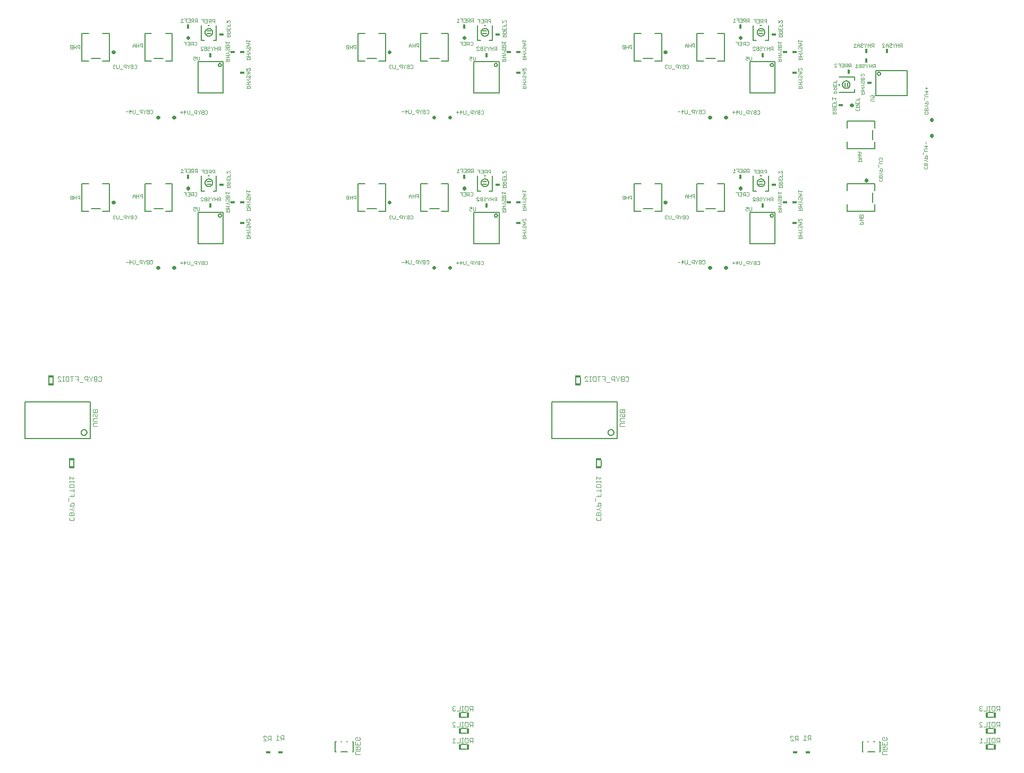
<source format=gbo>
G75*
G70*
%OFA0B0*%
%FSLAX24Y24*%
%IPPOS*%
%LPD*%
%AMOC8*
5,1,8,0,0,1.08239X$1,22.5*
%
%ADD10C,0.0030*%
%ADD11C,0.0020*%
%ADD12C,0.0060*%
%ADD13R,0.0340X0.0160*%
%ADD14R,0.0300X0.0180*%
%ADD15R,0.0160X0.0340*%
%ADD16C,0.0050*%
%ADD17R,0.0180X0.0300*%
%ADD18C,0.0220*%
D10*
X016591Y005071D02*
X016785Y005071D01*
X016591Y005264D01*
X016591Y005312D01*
X016640Y005361D01*
X016737Y005361D01*
X016785Y005312D01*
X016886Y005312D02*
X016886Y005216D01*
X016934Y005167D01*
X017080Y005167D01*
X017080Y005071D02*
X017080Y005361D01*
X016934Y005361D01*
X016886Y005312D01*
X016983Y005167D02*
X016886Y005071D01*
X017391Y005102D02*
X017585Y005102D01*
X017488Y005102D02*
X017488Y005392D01*
X017585Y005296D01*
X017686Y005344D02*
X017686Y005247D01*
X017734Y005199D01*
X017880Y005199D01*
X017880Y005102D02*
X017880Y005392D01*
X017734Y005392D01*
X017686Y005344D01*
X017783Y005199D02*
X017686Y005102D01*
X022366Y005135D02*
X022366Y005232D01*
X022415Y005280D01*
X022511Y005280D01*
X022511Y005183D01*
X022415Y005086D02*
X022366Y005135D01*
X022415Y005086D02*
X022608Y005086D01*
X022657Y005135D01*
X022657Y005232D01*
X022608Y005280D01*
X022657Y004985D02*
X022657Y004792D01*
X022366Y004792D01*
X022366Y004985D01*
X022511Y004889D02*
X022511Y004792D01*
X022511Y004691D02*
X022463Y004642D01*
X022463Y004497D01*
X022366Y004497D02*
X022657Y004497D01*
X022657Y004642D01*
X022608Y004691D01*
X022511Y004691D01*
X022463Y004594D02*
X022366Y004691D01*
X022415Y004396D02*
X022657Y004396D01*
X022657Y004202D02*
X022415Y004202D01*
X022366Y004251D01*
X022366Y004348D01*
X022415Y004396D01*
X028456Y004945D02*
X028650Y004945D01*
X028553Y004945D02*
X028553Y005235D01*
X028650Y005138D01*
X028751Y004945D02*
X028944Y004945D01*
X028944Y005235D01*
X029044Y005235D02*
X029141Y005235D01*
X029092Y005235D02*
X029092Y004945D01*
X029044Y004945D02*
X029141Y004945D01*
X029242Y004993D02*
X029242Y005187D01*
X029290Y005235D01*
X029435Y005235D01*
X029435Y004945D01*
X029290Y004945D01*
X029242Y004993D01*
X029536Y004945D02*
X029633Y005042D01*
X029585Y005042D02*
X029730Y005042D01*
X029730Y004945D02*
X029730Y005235D01*
X029585Y005235D01*
X029536Y005187D01*
X029536Y005090D01*
X029585Y005042D01*
X029536Y005945D02*
X029633Y006042D01*
X029585Y006042D02*
X029730Y006042D01*
X029730Y005945D02*
X029730Y006235D01*
X029585Y006235D01*
X029536Y006187D01*
X029536Y006090D01*
X029585Y006042D01*
X029435Y005945D02*
X029290Y005945D01*
X029242Y005993D01*
X029242Y006187D01*
X029290Y006235D01*
X029435Y006235D01*
X029435Y005945D01*
X029141Y005945D02*
X029044Y005945D01*
X029092Y005945D02*
X029092Y006235D01*
X029044Y006235D02*
X029141Y006235D01*
X028944Y006235D02*
X028944Y005945D01*
X028751Y005945D01*
X028650Y005945D02*
X028456Y006138D01*
X028456Y006187D01*
X028504Y006235D01*
X028601Y006235D01*
X028650Y006187D01*
X028650Y005945D02*
X028456Y005945D01*
X028504Y006945D02*
X028601Y006945D01*
X028650Y006993D01*
X028751Y006945D02*
X028944Y006945D01*
X028944Y007235D01*
X029044Y007235D02*
X029141Y007235D01*
X029092Y007235D02*
X029092Y006945D01*
X029044Y006945D02*
X029141Y006945D01*
X029242Y006993D02*
X029242Y007187D01*
X029290Y007235D01*
X029435Y007235D01*
X029435Y006945D01*
X029290Y006945D01*
X029242Y006993D01*
X029536Y006945D02*
X029633Y007042D01*
X029585Y007042D02*
X029730Y007042D01*
X029730Y006945D02*
X029730Y007235D01*
X029585Y007235D01*
X029536Y007187D01*
X029536Y007090D01*
X029585Y007042D01*
X028650Y007187D02*
X028601Y007235D01*
X028504Y007235D01*
X028456Y007187D01*
X028456Y007138D01*
X028504Y007090D01*
X028456Y007042D01*
X028456Y006993D01*
X028504Y006945D01*
X028504Y007090D02*
X028553Y007090D01*
X037544Y018912D02*
X037496Y018960D01*
X037496Y019057D01*
X037544Y019105D01*
X037496Y019206D02*
X037496Y019351D01*
X037544Y019400D01*
X037593Y019400D01*
X037641Y019351D01*
X037641Y019206D01*
X037738Y019105D02*
X037786Y019057D01*
X037786Y018960D01*
X037738Y018912D01*
X037544Y018912D01*
X037496Y019206D02*
X037786Y019206D01*
X037786Y019351D01*
X037738Y019400D01*
X037689Y019400D01*
X037641Y019351D01*
X037738Y019501D02*
X037641Y019598D01*
X037496Y019598D01*
X037641Y019598D02*
X037738Y019694D01*
X037786Y019694D01*
X037786Y019796D02*
X037786Y019941D01*
X037738Y019989D01*
X037641Y019989D01*
X037593Y019941D01*
X037593Y019796D01*
X037496Y019796D02*
X037786Y019796D01*
X037786Y019501D02*
X037738Y019501D01*
X037447Y020090D02*
X037447Y020284D01*
X037496Y020385D02*
X037786Y020385D01*
X037786Y020578D01*
X037786Y020680D02*
X037786Y020873D01*
X037786Y020776D02*
X037496Y020776D01*
X037496Y020974D02*
X037496Y021119D01*
X037544Y021168D01*
X037738Y021168D01*
X037786Y021119D01*
X037786Y020974D01*
X037496Y020974D01*
X037496Y021269D02*
X037496Y021366D01*
X037496Y021317D02*
X037786Y021317D01*
X037786Y021269D02*
X037786Y021366D01*
X037689Y021465D02*
X037786Y021562D01*
X037496Y021562D01*
X037496Y021465D02*
X037496Y021659D01*
X037641Y020482D02*
X037641Y020385D01*
X039014Y024795D02*
X038966Y024843D01*
X038966Y024940D01*
X039014Y024988D01*
X039256Y024988D01*
X039256Y025090D02*
X039014Y025090D01*
X038966Y025138D01*
X038966Y025235D01*
X039014Y025283D01*
X039256Y025283D01*
X039208Y025384D02*
X039159Y025384D01*
X039111Y025433D01*
X039111Y025529D01*
X039063Y025578D01*
X039014Y025578D01*
X038966Y025529D01*
X038966Y025433D01*
X039014Y025384D01*
X039208Y025384D02*
X039256Y025433D01*
X039256Y025529D01*
X039208Y025578D01*
X039256Y025679D02*
X039256Y025824D01*
X039208Y025872D01*
X039159Y025872D01*
X039111Y025824D01*
X039111Y025679D01*
X039111Y025824D02*
X039063Y025872D01*
X039014Y025872D01*
X038966Y025824D01*
X038966Y025679D01*
X039256Y025679D01*
X039256Y024795D02*
X039014Y024795D01*
X039079Y027625D02*
X039225Y027625D01*
X039225Y027915D01*
X039079Y027915D01*
X039031Y027867D01*
X039031Y027818D01*
X039079Y027770D01*
X039225Y027770D01*
X039326Y027673D02*
X039374Y027625D01*
X039471Y027625D01*
X039519Y027673D01*
X039519Y027867D01*
X039471Y027915D01*
X039374Y027915D01*
X039326Y027867D01*
X039079Y027770D02*
X039031Y027722D01*
X039031Y027673D01*
X039079Y027625D01*
X038833Y027625D02*
X038833Y027770D01*
X038736Y027867D01*
X038736Y027915D01*
X038635Y027915D02*
X038490Y027915D01*
X038442Y027867D01*
X038442Y027770D01*
X038490Y027722D01*
X038635Y027722D01*
X038635Y027625D02*
X038635Y027915D01*
X038833Y027770D02*
X038930Y027867D01*
X038930Y027915D01*
X038341Y027577D02*
X038147Y027577D01*
X038046Y027625D02*
X038046Y027915D01*
X037852Y027915D01*
X037751Y027915D02*
X037558Y027915D01*
X037655Y027915D02*
X037655Y027625D01*
X037457Y027625D02*
X037312Y027625D01*
X037263Y027673D01*
X037263Y027867D01*
X037312Y027915D01*
X037457Y027915D01*
X037457Y027625D01*
X037162Y027625D02*
X037065Y027625D01*
X037114Y027625D02*
X037114Y027915D01*
X037162Y027915D02*
X037065Y027915D01*
X036966Y027867D02*
X036917Y027915D01*
X036820Y027915D01*
X036772Y027867D01*
X036772Y027818D01*
X036966Y027625D01*
X036772Y027625D01*
X037949Y027770D02*
X038046Y027770D01*
X061527Y007187D02*
X061527Y007138D01*
X061575Y007090D01*
X061527Y007042D01*
X061527Y006993D01*
X061575Y006945D01*
X061672Y006945D01*
X061720Y006993D01*
X061822Y006945D02*
X062015Y006945D01*
X062015Y007235D01*
X062115Y007235D02*
X062212Y007235D01*
X062163Y007235D02*
X062163Y006945D01*
X062115Y006945D02*
X062212Y006945D01*
X062313Y006993D02*
X062313Y007187D01*
X062361Y007235D01*
X062506Y007235D01*
X062506Y006945D01*
X062361Y006945D01*
X062313Y006993D01*
X062607Y006945D02*
X062704Y007042D01*
X062656Y007042D02*
X062801Y007042D01*
X062801Y006945D02*
X062801Y007235D01*
X062656Y007235D01*
X062607Y007187D01*
X062607Y007090D01*
X062656Y007042D01*
X062656Y006235D02*
X062607Y006187D01*
X062607Y006090D01*
X062656Y006042D01*
X062801Y006042D01*
X062704Y006042D02*
X062607Y005945D01*
X062506Y005945D02*
X062361Y005945D01*
X062313Y005993D01*
X062313Y006187D01*
X062361Y006235D01*
X062506Y006235D01*
X062506Y005945D01*
X062212Y005945D02*
X062115Y005945D01*
X062163Y005945D02*
X062163Y006235D01*
X062115Y006235D02*
X062212Y006235D01*
X062015Y006235D02*
X062015Y005945D01*
X061822Y005945D01*
X061720Y005945D02*
X061527Y006138D01*
X061527Y006187D01*
X061575Y006235D01*
X061672Y006235D01*
X061720Y006187D01*
X061720Y005945D02*
X061527Y005945D01*
X061624Y005235D02*
X061624Y004945D01*
X061720Y004945D02*
X061527Y004945D01*
X061720Y005138D02*
X061624Y005235D01*
X061822Y004945D02*
X062015Y004945D01*
X062015Y005235D01*
X062115Y005235D02*
X062212Y005235D01*
X062163Y005235D02*
X062163Y004945D01*
X062115Y004945D02*
X062212Y004945D01*
X062313Y004993D02*
X062313Y005187D01*
X062361Y005235D01*
X062506Y005235D01*
X062506Y004945D01*
X062361Y004945D01*
X062313Y004993D01*
X062607Y004945D02*
X062704Y005042D01*
X062656Y005042D02*
X062801Y005042D01*
X062801Y004945D02*
X062801Y005235D01*
X062656Y005235D01*
X062607Y005187D01*
X062607Y005090D01*
X062656Y005042D01*
X062801Y005945D02*
X062801Y006235D01*
X062656Y006235D01*
X061624Y007090D02*
X061575Y007090D01*
X061527Y007187D02*
X061575Y007235D01*
X061672Y007235D01*
X061720Y007187D01*
X055727Y005232D02*
X055727Y005135D01*
X055679Y005086D01*
X055485Y005086D01*
X055437Y005135D01*
X055437Y005232D01*
X055485Y005280D01*
X055582Y005280D01*
X055582Y005183D01*
X055679Y005280D02*
X055727Y005232D01*
X055727Y004985D02*
X055727Y004792D01*
X055437Y004792D01*
X055437Y004985D01*
X055582Y004889D02*
X055582Y004792D01*
X055582Y004691D02*
X055534Y004642D01*
X055534Y004497D01*
X055437Y004497D02*
X055727Y004497D01*
X055727Y004642D01*
X055679Y004691D01*
X055582Y004691D01*
X055534Y004594D02*
X055437Y004691D01*
X055485Y004396D02*
X055727Y004396D01*
X055727Y004202D02*
X055485Y004202D01*
X055437Y004251D01*
X055437Y004348D01*
X055485Y004396D01*
X050950Y005102D02*
X050950Y005392D01*
X050805Y005392D01*
X050757Y005344D01*
X050757Y005247D01*
X050805Y005199D01*
X050950Y005199D01*
X050854Y005199D02*
X050757Y005102D01*
X050656Y005102D02*
X050462Y005102D01*
X050559Y005102D02*
X050559Y005392D01*
X050656Y005296D01*
X050150Y005361D02*
X050150Y005071D01*
X050150Y005167D02*
X050005Y005167D01*
X049957Y005216D01*
X049957Y005312D01*
X050005Y005361D01*
X050150Y005361D01*
X050054Y005167D02*
X049957Y005071D01*
X049856Y005071D02*
X049662Y005264D01*
X049662Y005312D01*
X049711Y005361D01*
X049807Y005361D01*
X049856Y005312D01*
X049856Y005071D02*
X049662Y005071D01*
X006185Y024795D02*
X005943Y024795D01*
X005895Y024843D01*
X005895Y024940D01*
X005943Y024988D01*
X006185Y024988D01*
X006185Y025090D02*
X005943Y025090D01*
X005895Y025138D01*
X005895Y025235D01*
X005943Y025283D01*
X006185Y025283D01*
X006137Y025384D02*
X006088Y025384D01*
X006040Y025433D01*
X006040Y025529D01*
X005992Y025578D01*
X005943Y025578D01*
X005895Y025529D01*
X005895Y025433D01*
X005943Y025384D01*
X006137Y025384D02*
X006185Y025433D01*
X006185Y025529D01*
X006137Y025578D01*
X006185Y025679D02*
X006185Y025824D01*
X006137Y025872D01*
X006088Y025872D01*
X006040Y025824D01*
X006040Y025679D01*
X005895Y025679D02*
X005895Y025824D01*
X005943Y025872D01*
X005992Y025872D01*
X006040Y025824D01*
X005895Y025679D02*
X006185Y025679D01*
X006154Y027625D02*
X006009Y027625D01*
X005960Y027673D01*
X005960Y027722D01*
X006009Y027770D01*
X006154Y027770D01*
X006255Y027673D02*
X006303Y027625D01*
X006400Y027625D01*
X006448Y027673D01*
X006448Y027867D01*
X006400Y027915D01*
X006303Y027915D01*
X006255Y027867D01*
X006154Y027915D02*
X006154Y027625D01*
X006009Y027770D02*
X005960Y027818D01*
X005960Y027867D01*
X006009Y027915D01*
X006154Y027915D01*
X005859Y027915D02*
X005859Y027867D01*
X005762Y027770D01*
X005762Y027625D01*
X005762Y027770D02*
X005666Y027867D01*
X005666Y027915D01*
X005564Y027915D02*
X005419Y027915D01*
X005371Y027867D01*
X005371Y027770D01*
X005419Y027722D01*
X005564Y027722D01*
X005564Y027625D02*
X005564Y027915D01*
X005270Y027577D02*
X005076Y027577D01*
X004975Y027625D02*
X004975Y027915D01*
X004782Y027915D01*
X004680Y027915D02*
X004487Y027915D01*
X004584Y027915D02*
X004584Y027625D01*
X004386Y027625D02*
X004386Y027915D01*
X004241Y027915D01*
X004192Y027867D01*
X004192Y027673D01*
X004241Y027625D01*
X004386Y027625D01*
X004091Y027625D02*
X003994Y027625D01*
X004043Y027625D02*
X004043Y027915D01*
X004091Y027915D02*
X003994Y027915D01*
X003895Y027867D02*
X003846Y027915D01*
X003750Y027915D01*
X003701Y027867D01*
X003701Y027818D01*
X003895Y027625D01*
X003701Y027625D01*
X004878Y027770D02*
X004975Y027770D01*
X004425Y021659D02*
X004425Y021465D01*
X004425Y021562D02*
X004715Y021562D01*
X004618Y021465D01*
X004715Y021366D02*
X004715Y021269D01*
X004715Y021317D02*
X004425Y021317D01*
X004425Y021269D02*
X004425Y021366D01*
X004473Y021168D02*
X004667Y021168D01*
X004715Y021119D01*
X004715Y020974D01*
X004425Y020974D01*
X004425Y021119D01*
X004473Y021168D01*
X004715Y020873D02*
X004715Y020680D01*
X004715Y020776D02*
X004425Y020776D01*
X004570Y020482D02*
X004570Y020385D01*
X004425Y020385D02*
X004715Y020385D01*
X004715Y020578D01*
X004377Y020284D02*
X004377Y020090D01*
X004522Y019941D02*
X004522Y019796D01*
X004425Y019796D02*
X004715Y019796D01*
X004715Y019941D01*
X004667Y019989D01*
X004570Y019989D01*
X004522Y019941D01*
X004667Y019694D02*
X004570Y019598D01*
X004425Y019598D01*
X004570Y019598D02*
X004667Y019501D01*
X004715Y019501D01*
X004667Y019400D02*
X004618Y019400D01*
X004570Y019351D01*
X004570Y019206D01*
X004473Y019105D02*
X004425Y019057D01*
X004425Y018960D01*
X004473Y018912D01*
X004667Y018912D01*
X004715Y018960D01*
X004715Y019057D01*
X004667Y019105D01*
X004715Y019206D02*
X004715Y019351D01*
X004667Y019400D01*
X004570Y019351D02*
X004522Y019400D01*
X004473Y019400D01*
X004425Y019351D01*
X004425Y019206D01*
X004715Y019206D01*
X004715Y019694D02*
X004667Y019694D01*
D11*
X008214Y034995D02*
X008214Y035215D01*
X008324Y035105D01*
X008177Y035105D01*
X008103Y035105D02*
X007956Y035105D01*
X008398Y035031D02*
X008398Y035215D01*
X008545Y035215D02*
X008545Y035031D01*
X008508Y034995D01*
X008435Y034995D01*
X008398Y035031D01*
X008619Y034958D02*
X008766Y034958D01*
X008877Y035068D02*
X008987Y035068D01*
X008987Y034995D02*
X008987Y035215D01*
X008877Y035215D01*
X008840Y035178D01*
X008840Y035105D01*
X008877Y035068D01*
X009061Y035178D02*
X009061Y035215D01*
X009061Y035178D02*
X009135Y035105D01*
X009135Y034995D01*
X009135Y035105D02*
X009208Y035178D01*
X009208Y035215D01*
X009282Y035178D02*
X009282Y035142D01*
X009319Y035105D01*
X009429Y035105D01*
X009503Y035178D02*
X009540Y035215D01*
X009613Y035215D01*
X009650Y035178D01*
X009650Y035031D01*
X009613Y034995D01*
X009540Y034995D01*
X009503Y035031D01*
X009429Y034995D02*
X009429Y035215D01*
X009319Y035215D01*
X009282Y035178D01*
X009319Y035105D02*
X009282Y035068D01*
X009282Y035031D01*
X009319Y034995D01*
X009429Y034995D01*
X011386Y035068D02*
X011533Y035068D01*
X011607Y035068D02*
X011754Y035068D01*
X011644Y035178D01*
X011644Y034958D01*
X011460Y034995D02*
X011460Y035141D01*
X011828Y035178D02*
X011828Y034995D01*
X011865Y034958D01*
X011938Y034958D01*
X011975Y034995D01*
X011975Y035178D01*
X012049Y034921D02*
X012196Y034921D01*
X012307Y035031D02*
X012417Y035031D01*
X012417Y034958D02*
X012417Y035178D01*
X012307Y035178D01*
X012270Y035141D01*
X012270Y035068D01*
X012307Y035031D01*
X012491Y035141D02*
X012491Y035178D01*
X012491Y035141D02*
X012565Y035068D01*
X012565Y034958D01*
X012565Y035068D02*
X012638Y035141D01*
X012638Y035178D01*
X012712Y035141D02*
X012712Y035105D01*
X012749Y035068D01*
X012859Y035068D01*
X012933Y035141D02*
X012970Y035178D01*
X013043Y035178D01*
X013080Y035141D01*
X013080Y034995D01*
X013043Y034958D01*
X012970Y034958D01*
X012933Y034995D01*
X012859Y034958D02*
X012749Y034958D01*
X012712Y034995D01*
X012712Y035031D01*
X012749Y035068D01*
X012712Y035141D02*
X012749Y035178D01*
X012859Y035178D01*
X012859Y034958D01*
X015537Y036585D02*
X015758Y036585D01*
X015758Y036695D01*
X015721Y036732D01*
X015647Y036732D01*
X015611Y036695D01*
X015611Y036585D01*
X015611Y036658D02*
X015537Y036732D01*
X015537Y036806D02*
X015758Y036806D01*
X015647Y036806D02*
X015647Y036953D01*
X015721Y037027D02*
X015647Y037100D01*
X015537Y037100D01*
X015647Y037100D02*
X015721Y037174D01*
X015758Y037174D01*
X015721Y037248D02*
X015684Y037248D01*
X015647Y037285D01*
X015647Y037358D01*
X015611Y037395D01*
X015574Y037395D01*
X015537Y037358D01*
X015537Y037285D01*
X015574Y037248D01*
X015721Y037248D02*
X015758Y037285D01*
X015758Y037358D01*
X015721Y037395D01*
X015684Y037469D02*
X015758Y037542D01*
X015684Y037616D01*
X015537Y037616D01*
X015537Y037690D02*
X015684Y037837D01*
X015721Y037837D01*
X015758Y037800D01*
X015758Y037727D01*
X015721Y037690D01*
X015647Y037616D02*
X015647Y037469D01*
X015684Y037469D02*
X015537Y037469D01*
X015537Y037690D02*
X015537Y037837D01*
X015537Y038377D02*
X015758Y038377D01*
X015758Y038487D01*
X015721Y038524D01*
X015647Y038524D01*
X015611Y038487D01*
X015611Y038377D01*
X015611Y038450D02*
X015537Y038524D01*
X015537Y038598D02*
X015758Y038598D01*
X015647Y038598D02*
X015647Y038745D01*
X015721Y038819D02*
X015647Y038892D01*
X015537Y038892D01*
X015647Y038892D02*
X015721Y038966D01*
X015758Y038966D01*
X015721Y039040D02*
X015684Y039040D01*
X015647Y039077D01*
X015647Y039150D01*
X015611Y039187D01*
X015574Y039187D01*
X015537Y039150D01*
X015537Y039077D01*
X015574Y039040D01*
X015721Y039040D02*
X015758Y039077D01*
X015758Y039150D01*
X015721Y039187D01*
X015684Y039261D02*
X015758Y039334D01*
X015684Y039408D01*
X015537Y039408D01*
X015537Y039482D02*
X015537Y039629D01*
X015537Y039555D02*
X015758Y039555D01*
X015684Y039482D01*
X015647Y039408D02*
X015647Y039261D01*
X015684Y039261D02*
X015537Y039261D01*
X015721Y038819D02*
X015758Y038819D01*
X015758Y038745D02*
X015537Y038745D01*
X014469Y038721D02*
X014432Y038721D01*
X014359Y038794D01*
X014248Y038794D01*
X014359Y038794D02*
X014432Y038867D01*
X014469Y038867D01*
X014432Y038942D02*
X014395Y038942D01*
X014359Y038978D01*
X014359Y039052D01*
X014322Y039088D01*
X014285Y039088D01*
X014248Y039052D01*
X014248Y038978D01*
X014285Y038942D01*
X014432Y038942D02*
X014469Y038978D01*
X014469Y039052D01*
X014432Y039088D01*
X014469Y039163D02*
X014469Y039273D01*
X014432Y039309D01*
X014395Y039309D01*
X014359Y039273D01*
X014359Y039163D01*
X014469Y039163D02*
X014248Y039163D01*
X014248Y039273D01*
X014285Y039309D01*
X014322Y039309D01*
X014359Y039273D01*
X014395Y039384D02*
X014469Y039457D01*
X014248Y039457D01*
X014248Y039384D02*
X014248Y039530D01*
X014290Y039808D02*
X014510Y039808D01*
X014510Y039918D01*
X014473Y039955D01*
X014400Y039955D01*
X014363Y039918D01*
X014363Y039808D01*
X014363Y039881D02*
X014290Y039955D01*
X014290Y040029D02*
X014510Y040029D01*
X014510Y040139D01*
X014473Y040175D01*
X014400Y040175D01*
X014363Y040139D01*
X014363Y040029D01*
X014363Y040102D02*
X014290Y040175D01*
X014290Y040250D02*
X014290Y040396D01*
X014290Y040471D02*
X014510Y040471D01*
X014510Y040617D01*
X014473Y040692D02*
X014510Y040728D01*
X014510Y040802D01*
X014473Y040838D01*
X014437Y040838D01*
X014290Y040692D01*
X014290Y040838D01*
X014400Y040544D02*
X014400Y040471D01*
X014510Y040396D02*
X014510Y040250D01*
X014290Y040250D01*
X014400Y040250D02*
X014400Y040323D01*
X013525Y040694D02*
X013525Y040914D01*
X013415Y040914D01*
X013378Y040877D01*
X013378Y040804D01*
X013415Y040767D01*
X013525Y040767D01*
X013304Y040767D02*
X013194Y040767D01*
X013157Y040804D01*
X013157Y040877D01*
X013194Y040914D01*
X013304Y040914D01*
X013304Y040694D01*
X013231Y040767D02*
X013157Y040694D01*
X013083Y040694D02*
X012936Y040694D01*
X012862Y040694D02*
X012862Y040914D01*
X012715Y040914D01*
X012789Y040804D02*
X012862Y040804D01*
X012936Y040914D02*
X013083Y040914D01*
X013083Y040694D01*
X013083Y040804D02*
X013010Y040804D01*
X012442Y040804D02*
X012332Y040804D01*
X012295Y040841D01*
X012295Y040914D01*
X012332Y040951D01*
X012442Y040951D01*
X012442Y040731D01*
X012369Y040804D02*
X012295Y040731D01*
X012221Y040731D02*
X012221Y040951D01*
X012111Y040951D01*
X012074Y040914D01*
X012074Y040841D01*
X012111Y040804D01*
X012221Y040804D01*
X012148Y040804D02*
X012074Y040731D01*
X012000Y040731D02*
X011853Y040731D01*
X011779Y040731D02*
X011779Y040951D01*
X011632Y040951D01*
X011558Y040878D02*
X011485Y040951D01*
X011485Y040731D01*
X011558Y040731D02*
X011411Y040731D01*
X011706Y040841D02*
X011779Y040841D01*
X011853Y040951D02*
X012000Y040951D01*
X012000Y040731D01*
X012000Y040841D02*
X011927Y040841D01*
X011975Y039494D02*
X011975Y039273D01*
X011828Y039273D01*
X011754Y039273D02*
X011754Y039494D01*
X011607Y039494D01*
X011680Y039384D02*
X011754Y039384D01*
X011828Y039494D02*
X011975Y039494D01*
X012049Y039457D02*
X012049Y039384D01*
X012086Y039347D01*
X012196Y039347D01*
X012122Y039347D02*
X012049Y039273D01*
X011975Y039384D02*
X011901Y039384D01*
X012049Y039457D02*
X012086Y039494D01*
X012196Y039494D01*
X012196Y039273D01*
X012270Y039310D02*
X012307Y039273D01*
X012380Y039273D01*
X012417Y039310D01*
X012417Y039457D01*
X012380Y039494D01*
X012307Y039494D01*
X012270Y039457D01*
X012664Y039144D02*
X012700Y039181D01*
X012774Y039181D01*
X012810Y039144D01*
X012885Y039144D02*
X012885Y039108D01*
X012921Y039071D01*
X013031Y039071D01*
X013106Y039034D02*
X013106Y038998D01*
X013142Y038961D01*
X013216Y038961D01*
X013252Y038998D01*
X013216Y039071D02*
X013142Y039071D01*
X013106Y039034D01*
X013031Y038961D02*
X013031Y039181D01*
X012921Y039181D01*
X012885Y039144D01*
X012921Y039071D02*
X012885Y039034D01*
X012885Y038998D01*
X012921Y038961D01*
X013031Y038961D01*
X013106Y039144D02*
X013142Y039181D01*
X013216Y039181D01*
X013252Y039144D01*
X013252Y039108D01*
X013216Y039071D01*
X013327Y039144D02*
X013400Y039071D01*
X013400Y038961D01*
X013400Y039071D02*
X013473Y039144D01*
X013473Y039181D01*
X013548Y039181D02*
X013548Y038961D01*
X013548Y039071D02*
X013694Y039071D01*
X013768Y039071D02*
X013768Y039144D01*
X013805Y039181D01*
X013915Y039181D01*
X013915Y038961D01*
X013915Y039034D02*
X013805Y039034D01*
X013768Y039071D01*
X013842Y039034D02*
X013768Y038961D01*
X013694Y038961D02*
X013694Y039181D01*
X013327Y039181D02*
X013327Y039144D01*
X012810Y038961D02*
X012664Y039108D01*
X012664Y039144D01*
X012664Y038961D02*
X012810Y038961D01*
X012581Y038564D02*
X012581Y038380D01*
X012544Y038344D01*
X012471Y038344D01*
X012434Y038380D01*
X012434Y038564D01*
X012360Y038564D02*
X012360Y038454D01*
X012287Y038490D01*
X012250Y038490D01*
X012213Y038454D01*
X012213Y038380D01*
X012250Y038344D01*
X012323Y038344D01*
X012360Y038380D01*
X012360Y038564D02*
X012213Y038564D01*
X014248Y038500D02*
X014469Y038500D01*
X014432Y038425D02*
X014359Y038425D01*
X014322Y038389D01*
X014322Y038279D01*
X014322Y038352D02*
X014248Y038425D01*
X014359Y038500D02*
X014359Y038646D01*
X014469Y038646D02*
X014248Y038646D01*
X014432Y038425D02*
X014469Y038389D01*
X014469Y038279D01*
X014248Y038279D01*
X015537Y036953D02*
X015758Y036953D01*
X015758Y037027D02*
X015721Y037027D01*
X021806Y039085D02*
X021842Y039048D01*
X021952Y039048D01*
X021952Y039268D01*
X021842Y039268D01*
X021806Y039232D01*
X021806Y039195D01*
X021842Y039158D01*
X021952Y039158D01*
X022027Y039158D02*
X022173Y039158D01*
X022248Y039158D02*
X022284Y039122D01*
X022394Y039122D01*
X022394Y039048D02*
X022394Y039268D01*
X022284Y039268D01*
X022248Y039232D01*
X022248Y039158D01*
X022173Y039048D02*
X022173Y039268D01*
X022027Y039268D02*
X022027Y039048D01*
X021842Y039158D02*
X021806Y039122D01*
X021806Y039085D01*
X024490Y038011D02*
X024490Y037974D01*
X024527Y037937D01*
X024490Y037901D01*
X024490Y037864D01*
X024527Y037827D01*
X024600Y037827D01*
X024637Y037864D01*
X024711Y037864D02*
X024711Y038047D01*
X024637Y038011D02*
X024600Y038047D01*
X024527Y038047D01*
X024490Y038011D01*
X024527Y037937D02*
X024564Y037937D01*
X024711Y037864D02*
X024748Y037827D01*
X024821Y037827D01*
X024858Y037864D01*
X024858Y038047D01*
X024932Y037790D02*
X025079Y037790D01*
X025190Y037901D02*
X025300Y037901D01*
X025300Y037827D02*
X025300Y038047D01*
X025190Y038047D01*
X025153Y038011D01*
X025153Y037937D01*
X025190Y037901D01*
X025374Y038011D02*
X025374Y038047D01*
X025374Y038011D02*
X025448Y037937D01*
X025448Y037827D01*
X025448Y037937D02*
X025521Y038011D01*
X025521Y038047D01*
X025595Y038011D02*
X025595Y037974D01*
X025632Y037937D01*
X025742Y037937D01*
X025816Y037864D02*
X025853Y037827D01*
X025926Y037827D01*
X025963Y037864D01*
X025963Y038011D01*
X025926Y038047D01*
X025853Y038047D01*
X025816Y038011D01*
X025742Y038047D02*
X025632Y038047D01*
X025595Y038011D01*
X025632Y037937D02*
X025595Y037901D01*
X025595Y037864D01*
X025632Y037827D01*
X025742Y037827D01*
X025742Y038047D01*
X025743Y039147D02*
X025743Y039293D01*
X025816Y039367D01*
X025889Y039293D01*
X025889Y039147D01*
X025964Y039147D02*
X025964Y039367D01*
X025964Y039257D02*
X026110Y039257D01*
X026185Y039257D02*
X026221Y039220D01*
X026331Y039220D01*
X026331Y039147D02*
X026331Y039367D01*
X026221Y039367D01*
X026185Y039330D01*
X026185Y039257D01*
X026110Y039147D02*
X026110Y039367D01*
X025889Y039257D02*
X025743Y039257D01*
X028734Y040731D02*
X028881Y040731D01*
X028808Y040731D02*
X028808Y040951D01*
X028881Y040878D01*
X028955Y040951D02*
X029102Y040951D01*
X029102Y040731D01*
X029176Y040731D02*
X029323Y040731D01*
X029323Y040951D01*
X029176Y040951D01*
X029250Y040841D02*
X029323Y040841D01*
X029397Y040841D02*
X029434Y040804D01*
X029544Y040804D01*
X029544Y040731D02*
X029544Y040951D01*
X029434Y040951D01*
X029397Y040914D01*
X029397Y040841D01*
X029471Y040804D02*
X029397Y040731D01*
X029618Y040731D02*
X029691Y040804D01*
X029655Y040804D02*
X029765Y040804D01*
X029765Y040731D02*
X029765Y040951D01*
X029655Y040951D01*
X029618Y040914D01*
X029618Y040841D01*
X029655Y040804D01*
X030038Y040914D02*
X030185Y040914D01*
X030185Y040694D01*
X030259Y040694D02*
X030406Y040694D01*
X030406Y040914D01*
X030259Y040914D01*
X030333Y040804D02*
X030406Y040804D01*
X030480Y040804D02*
X030517Y040767D01*
X030627Y040767D01*
X030627Y040694D02*
X030627Y040914D01*
X030517Y040914D01*
X030480Y040877D01*
X030480Y040804D01*
X030554Y040767D02*
X030480Y040694D01*
X030701Y040804D02*
X030738Y040767D01*
X030848Y040767D01*
X030848Y040694D02*
X030848Y040914D01*
X030738Y040914D01*
X030701Y040877D01*
X030701Y040804D01*
X030185Y040804D02*
X030112Y040804D01*
X029102Y040841D02*
X029029Y040841D01*
X029077Y039494D02*
X028930Y039494D01*
X029003Y039384D02*
X029077Y039384D01*
X029077Y039494D02*
X029077Y039273D01*
X029151Y039273D02*
X029298Y039273D01*
X029298Y039494D01*
X029151Y039494D01*
X029224Y039384D02*
X029298Y039384D01*
X029372Y039384D02*
X029409Y039347D01*
X029519Y039347D01*
X029519Y039273D02*
X029519Y039494D01*
X029409Y039494D01*
X029372Y039457D01*
X029372Y039384D01*
X029445Y039347D02*
X029372Y039273D01*
X029593Y039310D02*
X029630Y039273D01*
X029703Y039273D01*
X029740Y039310D01*
X029740Y039457D01*
X029703Y039494D01*
X029630Y039494D01*
X029593Y039457D01*
X029986Y039144D02*
X030023Y039181D01*
X030096Y039181D01*
X030133Y039144D01*
X030207Y039144D02*
X030207Y039108D01*
X030244Y039071D01*
X030354Y039071D01*
X030428Y039034D02*
X030428Y038998D01*
X030465Y038961D01*
X030538Y038961D01*
X030575Y038998D01*
X030538Y039071D02*
X030465Y039071D01*
X030428Y039034D01*
X030354Y038961D02*
X030244Y038961D01*
X030207Y038998D01*
X030207Y039034D01*
X030244Y039071D01*
X030207Y039144D02*
X030244Y039181D01*
X030354Y039181D01*
X030354Y038961D01*
X030428Y039144D02*
X030465Y039181D01*
X030538Y039181D01*
X030575Y039144D01*
X030575Y039108D01*
X030538Y039071D01*
X030649Y039144D02*
X030649Y039181D01*
X030649Y039144D02*
X030723Y039071D01*
X030723Y038961D01*
X030723Y039071D02*
X030796Y039144D01*
X030796Y039181D01*
X030870Y039181D02*
X030870Y038961D01*
X030870Y039071D02*
X031017Y039071D01*
X031091Y039071D02*
X031128Y039034D01*
X031238Y039034D01*
X031238Y038961D02*
X031238Y039181D01*
X031128Y039181D01*
X031091Y039144D01*
X031091Y039071D01*
X031165Y039034D02*
X031091Y038961D01*
X031017Y038961D02*
X031017Y039181D01*
X031571Y039163D02*
X031571Y039273D01*
X031608Y039309D01*
X031645Y039309D01*
X031681Y039273D01*
X031681Y039163D01*
X031645Y039088D02*
X031608Y039088D01*
X031571Y039052D01*
X031571Y038978D01*
X031608Y038942D01*
X031681Y038978D02*
X031681Y039052D01*
X031645Y039088D01*
X031571Y039163D02*
X031791Y039163D01*
X031791Y039273D01*
X031755Y039309D01*
X031718Y039309D01*
X031681Y039273D01*
X031718Y039384D02*
X031791Y039457D01*
X031571Y039457D01*
X031571Y039384D02*
X031571Y039530D01*
X031613Y039808D02*
X031833Y039808D01*
X031833Y039918D01*
X031796Y039955D01*
X031723Y039955D01*
X031686Y039918D01*
X031686Y039808D01*
X031686Y039881D02*
X031613Y039955D01*
X031613Y040029D02*
X031833Y040029D01*
X031833Y040139D01*
X031796Y040175D01*
X031723Y040175D01*
X031686Y040139D01*
X031686Y040029D01*
X031686Y040102D02*
X031613Y040175D01*
X031613Y040250D02*
X031613Y040396D01*
X031613Y040471D02*
X031833Y040471D01*
X031833Y040617D01*
X031796Y040692D02*
X031833Y040728D01*
X031833Y040802D01*
X031796Y040838D01*
X031760Y040838D01*
X031613Y040692D01*
X031613Y040838D01*
X031723Y040544D02*
X031723Y040471D01*
X031833Y040396D02*
X031833Y040250D01*
X031613Y040250D01*
X031723Y040250D02*
X031723Y040323D01*
X031755Y039088D02*
X031791Y039052D01*
X031791Y038978D01*
X031755Y038942D01*
X031718Y038942D01*
X031681Y038978D01*
X031755Y038867D02*
X031791Y038867D01*
X031755Y038867D02*
X031681Y038794D01*
X031571Y038794D01*
X031681Y038794D02*
X031755Y038721D01*
X031791Y038721D01*
X031791Y038646D02*
X031571Y038646D01*
X031681Y038646D02*
X031681Y038500D01*
X031681Y038425D02*
X031645Y038389D01*
X031645Y038279D01*
X031645Y038352D02*
X031571Y038425D01*
X031571Y038500D02*
X031791Y038500D01*
X031755Y038425D02*
X031681Y038425D01*
X031755Y038425D02*
X031791Y038389D01*
X031791Y038279D01*
X031571Y038279D01*
X032860Y038377D02*
X033080Y038377D01*
X033080Y038487D01*
X033044Y038524D01*
X032970Y038524D01*
X032934Y038487D01*
X032934Y038377D01*
X032934Y038450D02*
X032860Y038524D01*
X032860Y038598D02*
X033080Y038598D01*
X032970Y038598D02*
X032970Y038745D01*
X033044Y038819D02*
X032970Y038892D01*
X032860Y038892D01*
X032970Y038892D02*
X033044Y038966D01*
X033080Y038966D01*
X033044Y039040D02*
X033007Y039040D01*
X032970Y039077D01*
X032970Y039150D01*
X032934Y039187D01*
X032897Y039187D01*
X032860Y039150D01*
X032860Y039077D01*
X032897Y039040D01*
X033044Y039040D02*
X033080Y039077D01*
X033080Y039150D01*
X033044Y039187D01*
X033007Y039261D02*
X033080Y039334D01*
X033007Y039408D01*
X032860Y039408D01*
X032860Y039482D02*
X032860Y039629D01*
X032860Y039555D02*
X033080Y039555D01*
X033007Y039482D01*
X032970Y039408D02*
X032970Y039261D01*
X033007Y039261D02*
X032860Y039261D01*
X033044Y038819D02*
X033080Y038819D01*
X033080Y038745D02*
X032860Y038745D01*
X032860Y037837D02*
X032860Y037690D01*
X033007Y037837D01*
X033044Y037837D01*
X033080Y037800D01*
X033080Y037727D01*
X033044Y037690D01*
X033007Y037616D02*
X032860Y037616D01*
X032970Y037616D02*
X032970Y037469D01*
X033007Y037469D02*
X033080Y037542D01*
X033007Y037616D01*
X033007Y037469D02*
X032860Y037469D01*
X032897Y037395D02*
X032860Y037358D01*
X032860Y037285D01*
X032897Y037248D01*
X032970Y037285D02*
X032970Y037358D01*
X032934Y037395D01*
X032897Y037395D01*
X032970Y037285D02*
X033007Y037248D01*
X033044Y037248D01*
X033080Y037285D01*
X033080Y037358D01*
X033044Y037395D01*
X033044Y037174D02*
X033080Y037174D01*
X033044Y037174D02*
X032970Y037100D01*
X032860Y037100D01*
X032970Y037100D02*
X033044Y037027D01*
X033080Y037027D01*
X033080Y036953D02*
X032860Y036953D01*
X032970Y036953D02*
X032970Y036806D01*
X032970Y036732D02*
X032934Y036695D01*
X032934Y036585D01*
X032934Y036658D02*
X032860Y036732D01*
X032860Y036806D02*
X033080Y036806D01*
X033044Y036732D02*
X032970Y036732D01*
X033044Y036732D02*
X033080Y036695D01*
X033080Y036585D01*
X032860Y036585D01*
X030403Y035141D02*
X030403Y034995D01*
X030366Y034958D01*
X030293Y034958D01*
X030256Y034995D01*
X030182Y034958D02*
X030072Y034958D01*
X030035Y034995D01*
X030035Y035031D01*
X030072Y035068D01*
X030182Y035068D01*
X030256Y035141D02*
X030293Y035178D01*
X030366Y035178D01*
X030403Y035141D01*
X030182Y035178D02*
X030072Y035178D01*
X030035Y035141D01*
X030035Y035105D01*
X030072Y035068D01*
X029961Y035141D02*
X029888Y035068D01*
X029888Y034958D01*
X029888Y035068D02*
X029814Y035141D01*
X029814Y035178D01*
X029740Y035178D02*
X029630Y035178D01*
X029593Y035141D01*
X029593Y035068D01*
X029630Y035031D01*
X029740Y035031D01*
X029740Y034958D02*
X029740Y035178D01*
X029961Y035178D02*
X029961Y035141D01*
X030182Y035178D02*
X030182Y034958D01*
X029519Y034921D02*
X029372Y034921D01*
X029298Y034995D02*
X029261Y034958D01*
X029188Y034958D01*
X029151Y034995D01*
X029151Y035178D01*
X029077Y035068D02*
X028930Y035068D01*
X028856Y035068D02*
X028709Y035068D01*
X028783Y035141D02*
X028783Y034995D01*
X028967Y034958D02*
X028967Y035178D01*
X029077Y035068D01*
X029298Y034995D02*
X029298Y035178D01*
X026973Y035178D02*
X026973Y035031D01*
X026936Y034995D01*
X026863Y034995D01*
X026826Y035031D01*
X026752Y034995D02*
X026642Y034995D01*
X026605Y035031D01*
X026605Y035068D01*
X026642Y035105D01*
X026752Y035105D01*
X026826Y035178D02*
X026863Y035215D01*
X026936Y035215D01*
X026973Y035178D01*
X026752Y035215D02*
X026752Y034995D01*
X026642Y035105D02*
X026605Y035142D01*
X026605Y035178D01*
X026642Y035215D01*
X026752Y035215D01*
X026531Y035215D02*
X026531Y035178D01*
X026457Y035105D01*
X026457Y034995D01*
X026457Y035105D02*
X026384Y035178D01*
X026384Y035215D01*
X026310Y035215D02*
X026200Y035215D01*
X026163Y035178D01*
X026163Y035105D01*
X026200Y035068D01*
X026310Y035068D01*
X026310Y034995D02*
X026310Y035215D01*
X026089Y034958D02*
X025942Y034958D01*
X025868Y035031D02*
X025831Y034995D01*
X025758Y034995D01*
X025721Y035031D01*
X025721Y035215D01*
X025647Y035105D02*
X025500Y035105D01*
X025426Y035105D02*
X025279Y035105D01*
X025537Y034995D02*
X025537Y035215D01*
X025647Y035105D01*
X025868Y035031D02*
X025868Y035215D01*
X029536Y038380D02*
X029573Y038344D01*
X029646Y038344D01*
X029683Y038380D01*
X029683Y038454D02*
X029609Y038490D01*
X029573Y038490D01*
X029536Y038454D01*
X029536Y038380D01*
X029683Y038454D02*
X029683Y038564D01*
X029536Y038564D01*
X029757Y038564D02*
X029757Y038380D01*
X029794Y038344D01*
X029867Y038344D01*
X029904Y038380D01*
X029904Y038564D01*
X029986Y038961D02*
X030133Y038961D01*
X029986Y039108D01*
X029986Y039144D01*
X029519Y044370D02*
X029372Y044370D01*
X029298Y044443D02*
X029261Y044407D01*
X029188Y044407D01*
X029151Y044443D01*
X029151Y044627D01*
X029077Y044517D02*
X028930Y044517D01*
X028856Y044517D02*
X028709Y044517D01*
X028783Y044590D02*
X028783Y044443D01*
X028967Y044407D02*
X028967Y044627D01*
X029077Y044517D01*
X029298Y044443D02*
X029298Y044627D01*
X029593Y044590D02*
X029593Y044517D01*
X029630Y044480D01*
X029740Y044480D01*
X029740Y044407D02*
X029740Y044627D01*
X029630Y044627D01*
X029593Y044590D01*
X029814Y044590D02*
X029814Y044627D01*
X029814Y044590D02*
X029888Y044517D01*
X029888Y044407D01*
X029888Y044517D02*
X029961Y044590D01*
X029961Y044627D01*
X030035Y044590D02*
X030035Y044553D01*
X030072Y044517D01*
X030182Y044517D01*
X030256Y044590D02*
X030293Y044627D01*
X030366Y044627D01*
X030403Y044590D01*
X030403Y044443D01*
X030366Y044407D01*
X030293Y044407D01*
X030256Y044443D01*
X030182Y044407D02*
X030072Y044407D01*
X030035Y044443D01*
X030035Y044480D01*
X030072Y044517D01*
X030035Y044590D02*
X030072Y044627D01*
X030182Y044627D01*
X030182Y044407D01*
X032860Y046034D02*
X033080Y046034D01*
X033080Y046144D01*
X033044Y046181D01*
X032970Y046181D01*
X032934Y046144D01*
X032934Y046034D01*
X032934Y046107D02*
X032860Y046181D01*
X032860Y046255D02*
X033080Y046255D01*
X032970Y046255D02*
X032970Y046402D01*
X033044Y046476D02*
X032970Y046549D01*
X032860Y046549D01*
X032970Y046549D02*
X033044Y046623D01*
X033080Y046623D01*
X033044Y046697D02*
X033007Y046697D01*
X032970Y046733D01*
X032970Y046807D01*
X032934Y046844D01*
X032897Y046844D01*
X032860Y046807D01*
X032860Y046733D01*
X032897Y046697D01*
X033044Y046697D02*
X033080Y046733D01*
X033080Y046807D01*
X033044Y046844D01*
X033007Y046918D02*
X033080Y046991D01*
X033007Y047064D01*
X032860Y047064D01*
X032860Y047139D02*
X033007Y047285D01*
X033044Y047285D01*
X033080Y047249D01*
X033080Y047175D01*
X033044Y047139D01*
X032970Y047064D02*
X032970Y046918D01*
X033007Y046918D02*
X032860Y046918D01*
X032860Y047139D02*
X032860Y047285D01*
X032860Y047826D02*
X033080Y047826D01*
X033080Y047936D01*
X033044Y047973D01*
X032970Y047973D01*
X032934Y047936D01*
X032934Y047826D01*
X032934Y047899D02*
X032860Y047973D01*
X032860Y048047D02*
X033080Y048047D01*
X032970Y048047D02*
X032970Y048194D01*
X033044Y048268D02*
X032970Y048341D01*
X032860Y048341D01*
X032970Y048341D02*
X033044Y048415D01*
X033080Y048415D01*
X033044Y048489D02*
X033007Y048489D01*
X032970Y048526D01*
X032970Y048599D01*
X032934Y048636D01*
X032897Y048636D01*
X032860Y048599D01*
X032860Y048526D01*
X032897Y048489D01*
X033044Y048489D02*
X033080Y048526D01*
X033080Y048599D01*
X033044Y048636D01*
X033007Y048710D02*
X033080Y048783D01*
X033007Y048857D01*
X032860Y048857D01*
X032860Y048931D02*
X032860Y049078D01*
X032860Y049004D02*
X033080Y049004D01*
X033007Y048931D01*
X032970Y048857D02*
X032970Y048710D01*
X033007Y048710D02*
X032860Y048710D01*
X033044Y048268D02*
X033080Y048268D01*
X033080Y048194D02*
X032860Y048194D01*
X031791Y048169D02*
X031755Y048169D01*
X031681Y048243D01*
X031571Y048243D01*
X031681Y048243D02*
X031755Y048316D01*
X031791Y048316D01*
X031755Y048390D02*
X031718Y048390D01*
X031681Y048427D01*
X031681Y048501D01*
X031645Y048537D01*
X031608Y048537D01*
X031571Y048501D01*
X031571Y048427D01*
X031608Y048390D01*
X031755Y048390D02*
X031791Y048427D01*
X031791Y048501D01*
X031755Y048537D01*
X031791Y048611D02*
X031791Y048721D01*
X031755Y048758D01*
X031718Y048758D01*
X031681Y048721D01*
X031681Y048611D01*
X031571Y048611D02*
X031571Y048721D01*
X031608Y048758D01*
X031645Y048758D01*
X031681Y048721D01*
X031718Y048832D02*
X031791Y048906D01*
X031571Y048906D01*
X031571Y048979D02*
X031571Y048832D01*
X031571Y048611D02*
X031791Y048611D01*
X031791Y048095D02*
X031571Y048095D01*
X031681Y048095D02*
X031681Y047948D01*
X031681Y047874D02*
X031645Y047838D01*
X031645Y047727D01*
X031571Y047727D02*
X031791Y047727D01*
X031791Y047838D01*
X031755Y047874D01*
X031681Y047874D01*
X031645Y047801D02*
X031571Y047874D01*
X031571Y047948D02*
X031791Y047948D01*
X031238Y048410D02*
X031238Y048630D01*
X031128Y048630D01*
X031091Y048593D01*
X031091Y048520D01*
X031128Y048483D01*
X031238Y048483D01*
X031165Y048483D02*
X031091Y048410D01*
X031017Y048410D02*
X031017Y048630D01*
X031017Y048520D02*
X030870Y048520D01*
X030796Y048593D02*
X030723Y048520D01*
X030723Y048410D01*
X030723Y048520D02*
X030649Y048593D01*
X030649Y048630D01*
X030575Y048593D02*
X030575Y048556D01*
X030538Y048520D01*
X030465Y048520D01*
X030428Y048483D01*
X030428Y048446D01*
X030465Y048410D01*
X030538Y048410D01*
X030575Y048446D01*
X030575Y048593D02*
X030538Y048630D01*
X030465Y048630D01*
X030428Y048593D01*
X030354Y048630D02*
X030244Y048630D01*
X030207Y048593D01*
X030207Y048556D01*
X030244Y048520D01*
X030354Y048520D01*
X030354Y048410D02*
X030354Y048630D01*
X030244Y048520D02*
X030207Y048483D01*
X030207Y048446D01*
X030244Y048410D01*
X030354Y048410D01*
X030133Y048410D02*
X029986Y048556D01*
X029986Y048593D01*
X030023Y048630D01*
X030096Y048630D01*
X030133Y048593D01*
X030133Y048410D02*
X029986Y048410D01*
X029904Y048013D02*
X029904Y047829D01*
X029867Y047792D01*
X029794Y047792D01*
X029757Y047829D01*
X029757Y048013D01*
X029683Y048013D02*
X029683Y047902D01*
X029609Y047939D01*
X029573Y047939D01*
X029536Y047902D01*
X029536Y047829D01*
X029573Y047792D01*
X029646Y047792D01*
X029683Y047829D01*
X029683Y048013D02*
X029536Y048013D01*
X029519Y048722D02*
X029519Y048942D01*
X029409Y048942D01*
X029372Y048906D01*
X029372Y048832D01*
X029409Y048796D01*
X029519Y048796D01*
X029445Y048796D02*
X029372Y048722D01*
X029298Y048722D02*
X029151Y048722D01*
X029077Y048722D02*
X029077Y048942D01*
X028930Y048942D01*
X029003Y048832D02*
X029077Y048832D01*
X029151Y048942D02*
X029298Y048942D01*
X029298Y048722D01*
X029298Y048832D02*
X029224Y048832D01*
X029593Y048759D02*
X029630Y048722D01*
X029703Y048722D01*
X029740Y048759D01*
X029740Y048906D01*
X029703Y048942D01*
X029630Y048942D01*
X029593Y048906D01*
X030796Y048630D02*
X030796Y048593D01*
X030870Y048630D02*
X030870Y048410D01*
X031613Y049257D02*
X031833Y049257D01*
X031833Y049367D01*
X031796Y049403D01*
X031723Y049403D01*
X031686Y049367D01*
X031686Y049257D01*
X031686Y049330D02*
X031613Y049403D01*
X031613Y049478D02*
X031833Y049478D01*
X031833Y049588D01*
X031796Y049624D01*
X031723Y049624D01*
X031686Y049588D01*
X031686Y049478D01*
X031686Y049551D02*
X031613Y049624D01*
X031613Y049699D02*
X031613Y049845D01*
X031613Y049919D02*
X031833Y049919D01*
X031833Y050066D01*
X031796Y050140D02*
X031833Y050177D01*
X031833Y050251D01*
X031796Y050287D01*
X031760Y050287D01*
X031613Y050140D01*
X031613Y050287D01*
X031723Y049993D02*
X031723Y049919D01*
X031833Y049845D02*
X031833Y049699D01*
X031613Y049699D01*
X031723Y049699D02*
X031723Y049772D01*
X030848Y050143D02*
X030848Y050363D01*
X030738Y050363D01*
X030701Y050326D01*
X030701Y050253D01*
X030738Y050216D01*
X030848Y050216D01*
X030627Y050216D02*
X030517Y050216D01*
X030480Y050253D01*
X030480Y050326D01*
X030517Y050363D01*
X030627Y050363D01*
X030627Y050143D01*
X030554Y050216D02*
X030480Y050143D01*
X030406Y050143D02*
X030259Y050143D01*
X030185Y050143D02*
X030185Y050363D01*
X030038Y050363D01*
X030112Y050253D02*
X030185Y050253D01*
X030259Y050363D02*
X030406Y050363D01*
X030406Y050143D01*
X030406Y050253D02*
X030333Y050253D01*
X029765Y050253D02*
X029655Y050253D01*
X029618Y050290D01*
X029618Y050363D01*
X029655Y050400D01*
X029765Y050400D01*
X029765Y050180D01*
X029691Y050253D02*
X029618Y050180D01*
X029544Y050180D02*
X029544Y050400D01*
X029434Y050400D01*
X029397Y050363D01*
X029397Y050290D01*
X029434Y050253D01*
X029544Y050253D01*
X029471Y050253D02*
X029397Y050180D01*
X029323Y050180D02*
X029176Y050180D01*
X029102Y050180D02*
X029102Y050400D01*
X028955Y050400D01*
X028881Y050327D02*
X028808Y050400D01*
X028808Y050180D01*
X028881Y050180D02*
X028734Y050180D01*
X029029Y050290D02*
X029102Y050290D01*
X029176Y050400D02*
X029323Y050400D01*
X029323Y050180D01*
X029323Y050290D02*
X029250Y050290D01*
X026331Y048816D02*
X026331Y048596D01*
X026331Y048669D02*
X026221Y048669D01*
X026185Y048706D01*
X026185Y048779D01*
X026221Y048816D01*
X026331Y048816D01*
X026110Y048816D02*
X026110Y048596D01*
X026110Y048706D02*
X025964Y048706D01*
X025889Y048706D02*
X025743Y048706D01*
X025743Y048742D02*
X025743Y048596D01*
X025743Y048742D02*
X025816Y048816D01*
X025889Y048742D01*
X025889Y048596D01*
X025964Y048596D02*
X025964Y048816D01*
X025926Y047496D02*
X025963Y047459D01*
X025963Y047313D01*
X025926Y047276D01*
X025853Y047276D01*
X025816Y047313D01*
X025742Y047276D02*
X025632Y047276D01*
X025595Y047313D01*
X025595Y047349D01*
X025632Y047386D01*
X025742Y047386D01*
X025816Y047459D02*
X025853Y047496D01*
X025926Y047496D01*
X025742Y047496D02*
X025632Y047496D01*
X025595Y047459D01*
X025595Y047423D01*
X025632Y047386D01*
X025521Y047459D02*
X025448Y047386D01*
X025448Y047276D01*
X025448Y047386D02*
X025374Y047459D01*
X025374Y047496D01*
X025300Y047496D02*
X025190Y047496D01*
X025153Y047459D01*
X025153Y047386D01*
X025190Y047349D01*
X025300Y047349D01*
X025300Y047276D02*
X025300Y047496D01*
X025521Y047496D02*
X025521Y047459D01*
X025742Y047496D02*
X025742Y047276D01*
X025079Y047239D02*
X024932Y047239D01*
X024858Y047313D02*
X024821Y047276D01*
X024748Y047276D01*
X024711Y047313D01*
X024711Y047496D01*
X024637Y047459D02*
X024600Y047496D01*
X024527Y047496D01*
X024490Y047459D01*
X024490Y047423D01*
X024527Y047386D01*
X024490Y047349D01*
X024490Y047313D01*
X024527Y047276D01*
X024600Y047276D01*
X024637Y047313D01*
X024564Y047386D02*
X024527Y047386D01*
X024858Y047313D02*
X024858Y047496D01*
X022394Y048497D02*
X022394Y048717D01*
X022284Y048717D01*
X022248Y048681D01*
X022248Y048607D01*
X022284Y048570D01*
X022394Y048570D01*
X022173Y048607D02*
X022027Y048607D01*
X021952Y048607D02*
X021842Y048607D01*
X021806Y048570D01*
X021806Y048534D01*
X021842Y048497D01*
X021952Y048497D01*
X021952Y048717D01*
X021842Y048717D01*
X021806Y048681D01*
X021806Y048644D01*
X021842Y048607D01*
X022027Y048717D02*
X022027Y048497D01*
X022173Y048497D02*
X022173Y048717D01*
X025537Y044664D02*
X025647Y044554D01*
X025500Y044554D01*
X025426Y044554D02*
X025279Y044554D01*
X025537Y044444D02*
X025537Y044664D01*
X025721Y044664D02*
X025721Y044480D01*
X025758Y044444D01*
X025831Y044444D01*
X025868Y044480D01*
X025868Y044664D01*
X025942Y044407D02*
X026089Y044407D01*
X026200Y044517D02*
X026310Y044517D01*
X026310Y044444D02*
X026310Y044664D01*
X026200Y044664D01*
X026163Y044627D01*
X026163Y044554D01*
X026200Y044517D01*
X026384Y044627D02*
X026384Y044664D01*
X026384Y044627D02*
X026457Y044554D01*
X026457Y044444D01*
X026457Y044554D02*
X026531Y044627D01*
X026531Y044664D01*
X026605Y044627D02*
X026642Y044664D01*
X026752Y044664D01*
X026752Y044444D01*
X026642Y044444D01*
X026605Y044480D01*
X026605Y044517D01*
X026642Y044554D01*
X026752Y044554D01*
X026826Y044627D02*
X026863Y044664D01*
X026936Y044664D01*
X026973Y044627D01*
X026973Y044480D01*
X026936Y044444D01*
X026863Y044444D01*
X026826Y044480D01*
X026642Y044554D02*
X026605Y044590D01*
X026605Y044627D01*
X032860Y046402D02*
X033080Y046402D01*
X033080Y046476D02*
X033044Y046476D01*
X039128Y048534D02*
X039165Y048497D01*
X039275Y048497D01*
X039275Y048717D01*
X039165Y048717D01*
X039128Y048681D01*
X039128Y048644D01*
X039165Y048607D01*
X039275Y048607D01*
X039349Y048607D02*
X039496Y048607D01*
X039570Y048607D02*
X039607Y048570D01*
X039717Y048570D01*
X039717Y048497D02*
X039717Y048717D01*
X039607Y048717D01*
X039570Y048681D01*
X039570Y048607D01*
X039496Y048497D02*
X039496Y048717D01*
X039349Y048717D02*
X039349Y048497D01*
X039165Y048607D02*
X039128Y048570D01*
X039128Y048534D01*
X041813Y047459D02*
X041813Y047423D01*
X041850Y047386D01*
X041813Y047349D01*
X041813Y047313D01*
X041850Y047276D01*
X041923Y047276D01*
X041960Y047313D01*
X042034Y047313D02*
X042034Y047496D01*
X041960Y047459D02*
X041923Y047496D01*
X041850Y047496D01*
X041813Y047459D01*
X041850Y047386D02*
X041886Y047386D01*
X042034Y047313D02*
X042071Y047276D01*
X042144Y047276D01*
X042181Y047313D01*
X042181Y047496D01*
X042255Y047239D02*
X042402Y047239D01*
X042513Y047349D02*
X042623Y047349D01*
X042623Y047276D02*
X042623Y047496D01*
X042513Y047496D01*
X042476Y047459D01*
X042476Y047386D01*
X042513Y047349D01*
X042697Y047459D02*
X042697Y047496D01*
X042697Y047459D02*
X042770Y047386D01*
X042770Y047276D01*
X042770Y047386D02*
X042844Y047459D01*
X042844Y047496D01*
X042918Y047459D02*
X042918Y047423D01*
X042955Y047386D01*
X043065Y047386D01*
X043139Y047313D02*
X043176Y047276D01*
X043249Y047276D01*
X043286Y047313D01*
X043286Y047459D01*
X043249Y047496D01*
X043176Y047496D01*
X043139Y047459D01*
X043065Y047496D02*
X042955Y047496D01*
X042918Y047459D01*
X042955Y047386D02*
X042918Y047349D01*
X042918Y047313D01*
X042955Y047276D01*
X043065Y047276D01*
X043065Y047496D01*
X043065Y048596D02*
X043065Y048742D01*
X043139Y048816D01*
X043212Y048742D01*
X043212Y048596D01*
X043286Y048596D02*
X043286Y048816D01*
X043286Y048706D02*
X043433Y048706D01*
X043507Y048706D02*
X043544Y048669D01*
X043654Y048669D01*
X043654Y048596D02*
X043654Y048816D01*
X043544Y048816D01*
X043507Y048779D01*
X043507Y048706D01*
X043433Y048596D02*
X043433Y048816D01*
X043212Y048706D02*
X043065Y048706D01*
X046253Y048942D02*
X046400Y048942D01*
X046400Y048722D01*
X046474Y048722D02*
X046621Y048722D01*
X046621Y048942D01*
X046474Y048942D01*
X046547Y048832D02*
X046621Y048832D01*
X046695Y048832D02*
X046731Y048796D01*
X046842Y048796D01*
X046842Y048722D02*
X046842Y048942D01*
X046731Y048942D01*
X046695Y048906D01*
X046695Y048832D01*
X046768Y048796D02*
X046695Y048722D01*
X046916Y048759D02*
X046952Y048722D01*
X047026Y048722D01*
X047063Y048759D01*
X047063Y048906D01*
X047026Y048942D01*
X046952Y048942D01*
X046916Y048906D01*
X047309Y048593D02*
X047346Y048630D01*
X047419Y048630D01*
X047456Y048593D01*
X047530Y048593D02*
X047530Y048556D01*
X047567Y048520D01*
X047677Y048520D01*
X047751Y048483D02*
X047751Y048446D01*
X047788Y048410D01*
X047861Y048410D01*
X047898Y048446D01*
X047861Y048520D02*
X047788Y048520D01*
X047751Y048483D01*
X047677Y048410D02*
X047567Y048410D01*
X047530Y048446D01*
X047530Y048483D01*
X047567Y048520D01*
X047530Y048593D02*
X047567Y048630D01*
X047677Y048630D01*
X047677Y048410D01*
X047751Y048593D02*
X047788Y048630D01*
X047861Y048630D01*
X047898Y048593D01*
X047898Y048556D01*
X047861Y048520D01*
X047972Y048593D02*
X047972Y048630D01*
X047972Y048593D02*
X048046Y048520D01*
X048046Y048410D01*
X048046Y048520D02*
X048119Y048593D01*
X048119Y048630D01*
X048193Y048630D02*
X048193Y048410D01*
X048193Y048520D02*
X048340Y048520D01*
X048414Y048520D02*
X048451Y048483D01*
X048561Y048483D01*
X048561Y048410D02*
X048561Y048630D01*
X048451Y048630D01*
X048414Y048593D01*
X048414Y048520D01*
X048488Y048483D02*
X048414Y048410D01*
X048340Y048410D02*
X048340Y048630D01*
X048894Y048611D02*
X048894Y048721D01*
X048931Y048758D01*
X048967Y048758D01*
X049004Y048721D01*
X049004Y048611D01*
X048967Y048537D02*
X049004Y048501D01*
X049004Y048427D01*
X049041Y048390D01*
X049078Y048390D01*
X049114Y048427D01*
X049114Y048501D01*
X049078Y048537D01*
X049114Y048611D02*
X049114Y048721D01*
X049078Y048758D01*
X049041Y048758D01*
X049004Y048721D01*
X049041Y048832D02*
X049114Y048906D01*
X048894Y048906D01*
X048894Y048979D02*
X048894Y048832D01*
X048894Y048611D02*
X049114Y048611D01*
X048967Y048537D02*
X048931Y048537D01*
X048894Y048501D01*
X048894Y048427D01*
X048931Y048390D01*
X048894Y048243D02*
X049004Y048243D01*
X049078Y048316D01*
X049114Y048316D01*
X049004Y048243D02*
X049078Y048169D01*
X049114Y048169D01*
X049114Y048095D02*
X048894Y048095D01*
X049004Y048095D02*
X049004Y047948D01*
X049004Y047874D02*
X048967Y047838D01*
X048967Y047727D01*
X048894Y047727D02*
X049114Y047727D01*
X049114Y047838D01*
X049078Y047874D01*
X049004Y047874D01*
X048967Y047801D02*
X048894Y047874D01*
X048894Y047948D02*
X049114Y047948D01*
X050183Y047973D02*
X050256Y047899D01*
X050256Y047936D02*
X050256Y047826D01*
X050183Y047826D02*
X050403Y047826D01*
X050403Y047936D01*
X050367Y047973D01*
X050293Y047973D01*
X050256Y047936D01*
X050293Y048047D02*
X050293Y048194D01*
X050367Y048268D02*
X050293Y048341D01*
X050183Y048341D01*
X050293Y048341D02*
X050367Y048415D01*
X050403Y048415D01*
X050367Y048489D02*
X050330Y048489D01*
X050293Y048526D01*
X050293Y048599D01*
X050256Y048636D01*
X050220Y048636D01*
X050183Y048599D01*
X050183Y048526D01*
X050220Y048489D01*
X050367Y048489D02*
X050403Y048526D01*
X050403Y048599D01*
X050367Y048636D01*
X050330Y048710D02*
X050403Y048783D01*
X050330Y048857D01*
X050183Y048857D01*
X050183Y048931D02*
X050183Y049078D01*
X050183Y049004D02*
X050403Y049004D01*
X050330Y048931D01*
X050293Y048857D02*
X050293Y048710D01*
X050330Y048710D02*
X050183Y048710D01*
X050367Y048268D02*
X050403Y048268D01*
X050403Y048194D02*
X050183Y048194D01*
X050183Y048047D02*
X050403Y048047D01*
X050367Y047285D02*
X050403Y047249D01*
X050403Y047175D01*
X050367Y047139D01*
X050330Y047064D02*
X050183Y047064D01*
X050183Y047139D02*
X050330Y047285D01*
X050367Y047285D01*
X050183Y047285D02*
X050183Y047139D01*
X050293Y047064D02*
X050293Y046918D01*
X050330Y046918D02*
X050183Y046918D01*
X050220Y046844D02*
X050183Y046807D01*
X050183Y046733D01*
X050220Y046697D01*
X050293Y046733D02*
X050293Y046807D01*
X050256Y046844D01*
X050220Y046844D01*
X050330Y046918D02*
X050403Y046991D01*
X050330Y047064D01*
X050367Y046844D02*
X050403Y046807D01*
X050403Y046733D01*
X050367Y046697D01*
X050330Y046697D01*
X050293Y046733D01*
X050367Y046623D02*
X050293Y046549D01*
X050183Y046549D01*
X050293Y046549D02*
X050367Y046476D01*
X050403Y046476D01*
X050403Y046402D02*
X050183Y046402D01*
X050293Y046402D02*
X050293Y046255D01*
X050293Y046181D02*
X050256Y046144D01*
X050256Y046034D01*
X050183Y046034D02*
X050403Y046034D01*
X050403Y046144D01*
X050367Y046181D01*
X050293Y046181D01*
X050256Y046107D02*
X050183Y046181D01*
X050183Y046255D02*
X050403Y046255D01*
X050403Y046623D02*
X050367Y046623D01*
X052359Y046395D02*
X052580Y046395D01*
X052580Y046542D01*
X052470Y046468D02*
X052470Y046395D01*
X052580Y046321D02*
X052580Y046174D01*
X052359Y046174D01*
X052359Y046321D01*
X052470Y046247D02*
X052470Y046174D01*
X052470Y046100D02*
X052433Y046063D01*
X052433Y045953D01*
X052433Y046026D02*
X052359Y046100D01*
X052470Y046100D02*
X052543Y046100D01*
X052580Y046063D01*
X052580Y045953D01*
X052359Y045953D01*
X052470Y045879D02*
X052433Y045842D01*
X052433Y045732D01*
X052359Y045732D02*
X052580Y045732D01*
X052580Y045842D01*
X052543Y045879D01*
X052470Y045879D01*
X052322Y045459D02*
X052322Y045312D01*
X052322Y045385D02*
X052543Y045385D01*
X052469Y045312D01*
X052543Y045238D02*
X052543Y045091D01*
X052322Y045091D01*
X052322Y045017D02*
X052322Y044870D01*
X052543Y044870D01*
X052543Y045017D01*
X052433Y044943D02*
X052433Y044870D01*
X052433Y044796D02*
X052396Y044759D01*
X052396Y044649D01*
X052396Y044722D02*
X052322Y044796D01*
X052433Y044796D02*
X052506Y044796D01*
X052543Y044759D01*
X052543Y044649D01*
X052322Y044649D01*
X052322Y044575D02*
X052396Y044501D01*
X052396Y044538D02*
X052396Y044428D01*
X052322Y044428D02*
X052543Y044428D01*
X052543Y044538D01*
X052506Y044575D01*
X052433Y044575D01*
X052396Y044538D01*
X052433Y045091D02*
X052433Y045164D01*
X053780Y045213D02*
X053780Y045066D01*
X054000Y045066D01*
X054000Y045213D01*
X054000Y045287D02*
X054000Y045434D01*
X053890Y045360D02*
X053890Y045287D01*
X053780Y045287D02*
X054000Y045287D01*
X053890Y045139D02*
X053890Y045066D01*
X053890Y044992D02*
X053853Y044955D01*
X053853Y044845D01*
X053780Y044845D02*
X054000Y044845D01*
X054000Y044955D01*
X053963Y044992D01*
X053890Y044992D01*
X053853Y044918D02*
X053780Y044992D01*
X053817Y044771D02*
X053780Y044734D01*
X053780Y044660D01*
X053817Y044624D01*
X053963Y044624D01*
X054000Y044660D01*
X054000Y044734D01*
X053963Y044771D01*
X054710Y045267D02*
X054710Y045340D01*
X054747Y045377D01*
X054930Y045377D01*
X054930Y045451D02*
X054820Y045451D01*
X054857Y045524D01*
X054857Y045561D01*
X054820Y045598D01*
X054747Y045598D01*
X054710Y045561D01*
X054710Y045488D01*
X054747Y045451D01*
X054930Y045451D02*
X054930Y045598D01*
X054930Y045230D02*
X054747Y045230D01*
X054710Y045267D01*
X054313Y045680D02*
X054093Y045680D01*
X054166Y045680D02*
X054166Y045790D01*
X054203Y045827D01*
X054276Y045827D01*
X054313Y045790D01*
X054313Y045680D01*
X054166Y045754D02*
X054093Y045827D01*
X054093Y045901D02*
X054313Y045901D01*
X054203Y045901D02*
X054203Y046048D01*
X054276Y046122D02*
X054203Y046196D01*
X054093Y046196D01*
X054203Y046196D02*
X054276Y046269D01*
X054313Y046269D01*
X054276Y046343D02*
X054239Y046343D01*
X054203Y046380D01*
X054203Y046453D01*
X054166Y046490D01*
X054129Y046490D01*
X054093Y046453D01*
X054093Y046380D01*
X054129Y046343D01*
X054276Y046343D02*
X054313Y046380D01*
X054313Y046453D01*
X054276Y046490D01*
X054313Y046564D02*
X054313Y046674D01*
X054276Y046711D01*
X054239Y046711D01*
X054203Y046674D01*
X054203Y046564D01*
X054093Y046564D02*
X054313Y046564D01*
X054203Y046674D02*
X054166Y046711D01*
X054129Y046711D01*
X054093Y046674D01*
X054093Y046564D01*
X054093Y046785D02*
X054239Y046932D01*
X054276Y046932D01*
X054313Y046895D01*
X054313Y046822D01*
X054276Y046785D01*
X054093Y046785D02*
X054093Y046932D01*
X054111Y047319D02*
X054001Y047319D01*
X053964Y047356D01*
X053964Y047393D01*
X054001Y047429D01*
X054111Y047429D01*
X054185Y047393D02*
X054185Y047356D01*
X054222Y047319D01*
X054295Y047319D01*
X054332Y047356D01*
X054295Y047429D02*
X054222Y047429D01*
X054185Y047393D01*
X054111Y047319D02*
X054111Y047539D01*
X054001Y047539D01*
X053964Y047503D01*
X053964Y047466D01*
X054001Y047429D01*
X053890Y047466D02*
X053816Y047539D01*
X053816Y047319D01*
X053743Y047319D02*
X053890Y047319D01*
X054185Y047503D02*
X054222Y047539D01*
X054295Y047539D01*
X054332Y047503D01*
X054332Y047466D01*
X054295Y047429D01*
X054406Y047503D02*
X054406Y047539D01*
X054406Y047503D02*
X054479Y047429D01*
X054479Y047319D01*
X054479Y047429D02*
X054553Y047503D01*
X054553Y047539D01*
X054627Y047539D02*
X054627Y047319D01*
X054627Y047429D02*
X054774Y047429D01*
X054848Y047429D02*
X054885Y047393D01*
X054995Y047393D01*
X054921Y047393D02*
X054848Y047319D01*
X054774Y047319D02*
X054774Y047539D01*
X054848Y047503D02*
X054848Y047429D01*
X054848Y047503D02*
X054885Y047539D01*
X054995Y047539D01*
X054995Y047319D01*
X054896Y048608D02*
X054896Y048828D01*
X054786Y048828D01*
X054750Y048792D01*
X054750Y048718D01*
X054786Y048682D01*
X054896Y048682D01*
X054823Y048682D02*
X054750Y048608D01*
X054675Y048608D02*
X054675Y048828D01*
X054675Y048718D02*
X054529Y048718D01*
X054454Y048792D02*
X054381Y048718D01*
X054381Y048608D01*
X054381Y048718D02*
X054308Y048792D01*
X054308Y048828D01*
X054233Y048792D02*
X054233Y048755D01*
X054197Y048718D01*
X054123Y048718D01*
X054087Y048682D01*
X054087Y048645D01*
X054123Y048608D01*
X054197Y048608D01*
X054233Y048645D01*
X054233Y048792D02*
X054197Y048828D01*
X054123Y048828D01*
X054087Y048792D01*
X054012Y048755D02*
X053939Y048828D01*
X053866Y048755D01*
X053866Y048608D01*
X053791Y048608D02*
X053645Y048608D01*
X053718Y048608D02*
X053718Y048828D01*
X053791Y048755D01*
X053866Y048718D02*
X054012Y048718D01*
X054012Y048755D02*
X054012Y048608D01*
X054454Y048792D02*
X054454Y048828D01*
X054529Y048828D02*
X054529Y048608D01*
X055437Y048608D02*
X055584Y048608D01*
X055437Y048755D01*
X055437Y048792D01*
X055473Y048828D01*
X055547Y048828D01*
X055584Y048792D01*
X055658Y048755D02*
X055658Y048608D01*
X055658Y048718D02*
X055805Y048718D01*
X055805Y048755D02*
X055805Y048608D01*
X055879Y048645D02*
X055915Y048608D01*
X055989Y048608D01*
X056025Y048645D01*
X055989Y048718D02*
X055915Y048718D01*
X055879Y048682D01*
X055879Y048645D01*
X055989Y048718D02*
X056025Y048755D01*
X056025Y048792D01*
X055989Y048828D01*
X055915Y048828D01*
X055879Y048792D01*
X055805Y048755D02*
X055731Y048828D01*
X055658Y048755D01*
X056100Y048792D02*
X056100Y048828D01*
X056100Y048792D02*
X056173Y048718D01*
X056173Y048608D01*
X056173Y048718D02*
X056246Y048792D01*
X056246Y048828D01*
X056321Y048828D02*
X056321Y048608D01*
X056321Y048718D02*
X056467Y048718D01*
X056542Y048718D02*
X056578Y048682D01*
X056688Y048682D01*
X056615Y048682D02*
X056542Y048608D01*
X056467Y048608D02*
X056467Y048828D01*
X056542Y048792D02*
X056542Y048718D01*
X056542Y048792D02*
X056578Y048828D01*
X056688Y048828D01*
X056688Y048608D01*
X058206Y046097D02*
X058206Y045950D01*
X058206Y045876D02*
X058206Y045729D01*
X058316Y045839D01*
X058096Y045839D01*
X058132Y045655D02*
X058316Y045655D01*
X058316Y045508D02*
X058132Y045508D01*
X058096Y045545D01*
X058096Y045618D01*
X058132Y045655D01*
X058059Y045434D02*
X058059Y045287D01*
X058169Y045176D02*
X058169Y045066D01*
X058096Y045066D02*
X058316Y045066D01*
X058316Y045176D01*
X058279Y045213D01*
X058206Y045213D01*
X058169Y045176D01*
X058279Y044992D02*
X058316Y044992D01*
X058279Y044992D02*
X058206Y044918D01*
X058096Y044918D01*
X058206Y044918D02*
X058279Y044845D01*
X058316Y044845D01*
X058279Y044771D02*
X058242Y044771D01*
X058206Y044734D01*
X058206Y044624D01*
X058279Y044550D02*
X058316Y044513D01*
X058316Y044440D01*
X058279Y044403D01*
X058132Y044403D01*
X058096Y044440D01*
X058096Y044513D01*
X058132Y044550D01*
X058096Y044624D02*
X058096Y044734D01*
X058132Y044771D01*
X058169Y044771D01*
X058206Y044734D01*
X058279Y044771D02*
X058316Y044734D01*
X058316Y044624D01*
X058096Y044624D01*
X058132Y046023D02*
X058279Y046023D01*
X058169Y042667D02*
X058169Y042520D01*
X058169Y042446D02*
X058169Y042299D01*
X058279Y042409D01*
X058059Y042409D01*
X058095Y042225D02*
X058279Y042225D01*
X058279Y042078D02*
X058095Y042078D01*
X058059Y042115D01*
X058059Y042188D01*
X058095Y042225D01*
X058022Y042004D02*
X058022Y041857D01*
X058132Y041746D02*
X058132Y041636D01*
X058059Y041636D02*
X058279Y041636D01*
X058279Y041746D01*
X058242Y041783D01*
X058169Y041783D01*
X058132Y041746D01*
X058242Y041562D02*
X058279Y041562D01*
X058242Y041562D02*
X058169Y041488D01*
X058059Y041488D01*
X058169Y041488D02*
X058242Y041415D01*
X058279Y041415D01*
X058242Y041341D02*
X058205Y041341D01*
X058169Y041304D01*
X058169Y041194D01*
X058242Y041120D02*
X058279Y041083D01*
X058279Y041010D01*
X058242Y040973D01*
X058095Y040973D01*
X058059Y041010D01*
X058059Y041083D01*
X058095Y041120D01*
X058059Y041194D02*
X058059Y041304D01*
X058095Y041341D01*
X058132Y041341D01*
X058169Y041304D01*
X058242Y041341D02*
X058279Y041304D01*
X058279Y041194D01*
X058059Y041194D01*
X055446Y041289D02*
X055263Y041289D01*
X055226Y041326D01*
X055226Y041399D01*
X055263Y041436D01*
X055446Y041436D01*
X055410Y041510D02*
X055446Y041547D01*
X055446Y041620D01*
X055410Y041657D01*
X055373Y041657D01*
X055336Y041620D01*
X055300Y041657D01*
X055263Y041657D01*
X055226Y041620D01*
X055226Y041547D01*
X055263Y041510D01*
X055336Y041583D02*
X055336Y041620D01*
X055190Y041215D02*
X055190Y041068D01*
X055300Y040957D02*
X055300Y040847D01*
X055226Y040847D02*
X055446Y040847D01*
X055446Y040957D01*
X055410Y040994D01*
X055336Y040994D01*
X055300Y040957D01*
X055410Y040773D02*
X055446Y040773D01*
X055410Y040773D02*
X055336Y040699D01*
X055226Y040699D01*
X055336Y040699D02*
X055410Y040626D01*
X055446Y040626D01*
X055410Y040552D02*
X055373Y040552D01*
X055336Y040515D01*
X055336Y040405D01*
X055263Y040331D02*
X055226Y040294D01*
X055226Y040221D01*
X055263Y040184D01*
X055410Y040184D01*
X055446Y040221D01*
X055446Y040294D01*
X055410Y040331D01*
X055446Y040405D02*
X055446Y040515D01*
X055410Y040552D01*
X055336Y040515D02*
X055300Y040552D01*
X055263Y040552D01*
X055226Y040515D01*
X055226Y040405D01*
X055446Y040405D01*
X054127Y041436D02*
X054127Y041547D01*
X054090Y041583D01*
X054017Y041583D01*
X053980Y041547D01*
X053980Y041436D01*
X053907Y041436D02*
X054127Y041436D01*
X054127Y041657D02*
X053907Y041657D01*
X054017Y041657D02*
X054017Y041804D01*
X054017Y041878D02*
X054017Y042025D01*
X054053Y042025D02*
X053907Y042025D01*
X054053Y042025D02*
X054127Y041952D01*
X054053Y041878D01*
X053907Y041878D01*
X053907Y041804D02*
X054127Y041804D01*
X050403Y039555D02*
X050183Y039555D01*
X050183Y039482D02*
X050183Y039629D01*
X050330Y039482D02*
X050403Y039555D01*
X050330Y039408D02*
X050183Y039408D01*
X050293Y039408D02*
X050293Y039261D01*
X050330Y039261D02*
X050183Y039261D01*
X050220Y039187D02*
X050183Y039150D01*
X050183Y039077D01*
X050220Y039040D01*
X050293Y039077D02*
X050293Y039150D01*
X050256Y039187D01*
X050220Y039187D01*
X050293Y039077D02*
X050330Y039040D01*
X050367Y039040D01*
X050403Y039077D01*
X050403Y039150D01*
X050367Y039187D01*
X050330Y039261D02*
X050403Y039334D01*
X050330Y039408D01*
X050367Y038966D02*
X050293Y038892D01*
X050183Y038892D01*
X050293Y038892D02*
X050367Y038819D01*
X050403Y038819D01*
X050403Y038745D02*
X050183Y038745D01*
X050293Y038745D02*
X050293Y038598D01*
X050293Y038524D02*
X050256Y038487D01*
X050256Y038377D01*
X050183Y038377D02*
X050403Y038377D01*
X050403Y038487D01*
X050367Y038524D01*
X050293Y038524D01*
X050256Y038450D02*
X050183Y038524D01*
X050183Y038598D02*
X050403Y038598D01*
X050403Y038966D02*
X050367Y038966D01*
X050367Y037837D02*
X050403Y037800D01*
X050403Y037727D01*
X050367Y037690D01*
X050330Y037616D02*
X050183Y037616D01*
X050183Y037690D02*
X050330Y037837D01*
X050367Y037837D01*
X050183Y037837D02*
X050183Y037690D01*
X050293Y037616D02*
X050293Y037469D01*
X050330Y037469D02*
X050183Y037469D01*
X050220Y037395D02*
X050183Y037358D01*
X050183Y037285D01*
X050220Y037248D01*
X050293Y037285D02*
X050293Y037358D01*
X050256Y037395D01*
X050220Y037395D01*
X050330Y037469D02*
X050403Y037542D01*
X050330Y037616D01*
X050367Y037395D02*
X050403Y037358D01*
X050403Y037285D01*
X050367Y037248D01*
X050330Y037248D01*
X050293Y037285D01*
X050367Y037174D02*
X050293Y037100D01*
X050183Y037100D01*
X050293Y037100D02*
X050367Y037027D01*
X050403Y037027D01*
X050403Y036953D02*
X050183Y036953D01*
X050293Y036953D02*
X050293Y036806D01*
X050293Y036732D02*
X050256Y036695D01*
X050256Y036585D01*
X050183Y036585D02*
X050403Y036585D01*
X050403Y036695D01*
X050367Y036732D01*
X050293Y036732D01*
X050256Y036658D02*
X050183Y036732D01*
X050183Y036806D02*
X050403Y036806D01*
X050403Y037174D02*
X050367Y037174D01*
X049114Y038279D02*
X049114Y038389D01*
X049078Y038425D01*
X049004Y038425D01*
X048967Y038389D01*
X048967Y038279D01*
X048894Y038279D02*
X049114Y038279D01*
X048967Y038352D02*
X048894Y038425D01*
X048894Y038500D02*
X049114Y038500D01*
X049004Y038500D02*
X049004Y038646D01*
X049078Y038721D02*
X049004Y038794D01*
X048894Y038794D01*
X049004Y038794D02*
X049078Y038867D01*
X049114Y038867D01*
X049078Y038942D02*
X049041Y038942D01*
X049004Y038978D01*
X049004Y039052D01*
X048967Y039088D01*
X048931Y039088D01*
X048894Y039052D01*
X048894Y038978D01*
X048931Y038942D01*
X049078Y038942D02*
X049114Y038978D01*
X049114Y039052D01*
X049078Y039088D01*
X049114Y039163D02*
X049114Y039273D01*
X049078Y039309D01*
X049041Y039309D01*
X049004Y039273D01*
X049004Y039163D01*
X049004Y039273D02*
X048967Y039309D01*
X048931Y039309D01*
X048894Y039273D01*
X048894Y039163D01*
X049114Y039163D01*
X049041Y039384D02*
X049114Y039457D01*
X048894Y039457D01*
X048894Y039384D02*
X048894Y039530D01*
X048936Y039808D02*
X049156Y039808D01*
X049156Y039918D01*
X049119Y039955D01*
X049046Y039955D01*
X049009Y039918D01*
X049009Y039808D01*
X049009Y039881D02*
X048936Y039955D01*
X048936Y040029D02*
X049156Y040029D01*
X049156Y040139D01*
X049119Y040175D01*
X049046Y040175D01*
X049009Y040139D01*
X049009Y040029D01*
X049009Y040102D02*
X048936Y040175D01*
X048936Y040250D02*
X048936Y040396D01*
X048936Y040471D02*
X049156Y040471D01*
X049156Y040617D01*
X049119Y040692D02*
X049156Y040728D01*
X049156Y040802D01*
X049119Y040838D01*
X049082Y040838D01*
X048936Y040692D01*
X048936Y040838D01*
X049046Y040544D02*
X049046Y040471D01*
X049156Y040396D02*
X049156Y040250D01*
X048936Y040250D01*
X049046Y040250D02*
X049046Y040323D01*
X048171Y040694D02*
X048171Y040914D01*
X048061Y040914D01*
X048024Y040877D01*
X048024Y040804D01*
X048061Y040767D01*
X048171Y040767D01*
X047950Y040767D02*
X047840Y040767D01*
X047803Y040804D01*
X047803Y040877D01*
X047840Y040914D01*
X047950Y040914D01*
X047950Y040694D01*
X047876Y040767D02*
X047803Y040694D01*
X047729Y040694D02*
X047582Y040694D01*
X047508Y040694D02*
X047508Y040914D01*
X047361Y040914D01*
X047434Y040804D02*
X047508Y040804D01*
X047582Y040914D02*
X047729Y040914D01*
X047729Y040694D01*
X047729Y040804D02*
X047655Y040804D01*
X047088Y040804D02*
X046978Y040804D01*
X046941Y040841D01*
X046941Y040914D01*
X046978Y040951D01*
X047088Y040951D01*
X047088Y040731D01*
X047014Y040804D02*
X046941Y040731D01*
X046867Y040731D02*
X046867Y040951D01*
X046757Y040951D01*
X046720Y040914D01*
X046720Y040841D01*
X046757Y040804D01*
X046867Y040804D01*
X046793Y040804D02*
X046720Y040731D01*
X046646Y040731D02*
X046499Y040731D01*
X046425Y040731D02*
X046425Y040951D01*
X046278Y040951D01*
X046204Y040878D02*
X046130Y040951D01*
X046130Y040731D01*
X046057Y040731D02*
X046204Y040731D01*
X046351Y040841D02*
X046425Y040841D01*
X046499Y040951D02*
X046646Y040951D01*
X046646Y040731D01*
X046646Y040841D02*
X046572Y040841D01*
X046621Y039494D02*
X046621Y039273D01*
X046474Y039273D01*
X046400Y039273D02*
X046400Y039494D01*
X046253Y039494D01*
X046326Y039384D02*
X046400Y039384D01*
X046474Y039494D02*
X046621Y039494D01*
X046695Y039457D02*
X046695Y039384D01*
X046731Y039347D01*
X046842Y039347D01*
X046842Y039273D02*
X046842Y039494D01*
X046731Y039494D01*
X046695Y039457D01*
X046621Y039384D02*
X046547Y039384D01*
X046695Y039273D02*
X046768Y039347D01*
X046916Y039310D02*
X046952Y039273D01*
X047026Y039273D01*
X047063Y039310D01*
X047063Y039457D01*
X047026Y039494D01*
X046952Y039494D01*
X046916Y039457D01*
X047309Y039144D02*
X047346Y039181D01*
X047419Y039181D01*
X047456Y039144D01*
X047530Y039144D02*
X047530Y039108D01*
X047567Y039071D01*
X047677Y039071D01*
X047751Y039034D02*
X047751Y038998D01*
X047788Y038961D01*
X047861Y038961D01*
X047898Y038998D01*
X047861Y039071D02*
X047788Y039071D01*
X047751Y039034D01*
X047677Y038961D02*
X047677Y039181D01*
X047567Y039181D01*
X047530Y039144D01*
X047567Y039071D02*
X047530Y039034D01*
X047530Y038998D01*
X047567Y038961D01*
X047677Y038961D01*
X047751Y039144D02*
X047788Y039181D01*
X047861Y039181D01*
X047898Y039144D01*
X047898Y039108D01*
X047861Y039071D01*
X047972Y039144D02*
X048046Y039071D01*
X048046Y038961D01*
X048046Y039071D02*
X048119Y039144D01*
X048119Y039181D01*
X048193Y039181D02*
X048193Y038961D01*
X048193Y039071D02*
X048340Y039071D01*
X048414Y039071D02*
X048414Y039144D01*
X048451Y039181D01*
X048561Y039181D01*
X048561Y038961D01*
X048561Y039034D02*
X048451Y039034D01*
X048414Y039071D01*
X048488Y039034D02*
X048414Y038961D01*
X048340Y038961D02*
X048340Y039181D01*
X047972Y039181D02*
X047972Y039144D01*
X047456Y038961D02*
X047309Y039108D01*
X047309Y039144D01*
X047309Y038961D02*
X047456Y038961D01*
X047227Y038564D02*
X047227Y038380D01*
X047190Y038344D01*
X047117Y038344D01*
X047080Y038380D01*
X047080Y038564D01*
X047006Y038564D02*
X047006Y038454D01*
X046932Y038490D01*
X046896Y038490D01*
X046859Y038454D01*
X046859Y038380D01*
X046896Y038344D01*
X046969Y038344D01*
X047006Y038380D01*
X047006Y038564D02*
X046859Y038564D01*
X048894Y038646D02*
X049114Y038646D01*
X049114Y038721D02*
X049078Y038721D01*
X047689Y035178D02*
X047726Y035141D01*
X047726Y034995D01*
X047689Y034958D01*
X047616Y034958D01*
X047579Y034995D01*
X047505Y034958D02*
X047395Y034958D01*
X047358Y034995D01*
X047358Y035031D01*
X047395Y035068D01*
X047505Y035068D01*
X047579Y035141D02*
X047616Y035178D01*
X047689Y035178D01*
X047505Y035178D02*
X047395Y035178D01*
X047358Y035141D01*
X047358Y035105D01*
X047395Y035068D01*
X047284Y035141D02*
X047210Y035068D01*
X047210Y034958D01*
X047210Y035068D02*
X047137Y035141D01*
X047137Y035178D01*
X047063Y035178D02*
X046953Y035178D01*
X046916Y035141D01*
X046916Y035068D01*
X046953Y035031D01*
X047063Y035031D01*
X047063Y034958D02*
X047063Y035178D01*
X047284Y035178D02*
X047284Y035141D01*
X047505Y035178D02*
X047505Y034958D01*
X046842Y034921D02*
X046695Y034921D01*
X046621Y034995D02*
X046584Y034958D01*
X046511Y034958D01*
X046474Y034995D01*
X046474Y035178D01*
X046400Y035068D02*
X046253Y035068D01*
X046179Y035068D02*
X046032Y035068D01*
X046105Y035141D02*
X046105Y034995D01*
X046290Y034958D02*
X046290Y035178D01*
X046400Y035068D01*
X046621Y034995D02*
X046621Y035178D01*
X044296Y035178D02*
X044296Y035031D01*
X044259Y034995D01*
X044185Y034995D01*
X044149Y035031D01*
X044075Y034995D02*
X044075Y035215D01*
X043965Y035215D01*
X043928Y035178D01*
X043928Y035142D01*
X043965Y035105D01*
X044075Y035105D01*
X044149Y035178D02*
X044185Y035215D01*
X044259Y035215D01*
X044296Y035178D01*
X044075Y034995D02*
X043965Y034995D01*
X043928Y035031D01*
X043928Y035068D01*
X043965Y035105D01*
X043854Y035178D02*
X043780Y035105D01*
X043780Y034995D01*
X043780Y035105D02*
X043707Y035178D01*
X043707Y035215D01*
X043633Y035215D02*
X043523Y035215D01*
X043486Y035178D01*
X043486Y035105D01*
X043523Y035068D01*
X043633Y035068D01*
X043633Y034995D02*
X043633Y035215D01*
X043854Y035215D02*
X043854Y035178D01*
X043412Y034958D02*
X043265Y034958D01*
X043191Y035031D02*
X043154Y034995D01*
X043081Y034995D01*
X043044Y035031D01*
X043044Y035215D01*
X042970Y035105D02*
X042823Y035105D01*
X042749Y035105D02*
X042602Y035105D01*
X042860Y035215D02*
X042970Y035105D01*
X042860Y034995D02*
X042860Y035215D01*
X043191Y035215D02*
X043191Y035031D01*
X043176Y037827D02*
X043139Y037864D01*
X043176Y037827D02*
X043249Y037827D01*
X043286Y037864D01*
X043286Y038011D01*
X043249Y038047D01*
X043176Y038047D01*
X043139Y038011D01*
X043065Y038047D02*
X042955Y038047D01*
X042918Y038011D01*
X042918Y037974D01*
X042955Y037937D01*
X043065Y037937D01*
X043065Y037827D02*
X042955Y037827D01*
X042918Y037864D01*
X042918Y037901D01*
X042955Y037937D01*
X042844Y038011D02*
X042770Y037937D01*
X042770Y037827D01*
X042770Y037937D02*
X042697Y038011D01*
X042697Y038047D01*
X042623Y038047D02*
X042513Y038047D01*
X042476Y038011D01*
X042476Y037937D01*
X042513Y037901D01*
X042623Y037901D01*
X042623Y037827D02*
X042623Y038047D01*
X042844Y038047D02*
X042844Y038011D01*
X043065Y038047D02*
X043065Y037827D01*
X042402Y037790D02*
X042255Y037790D01*
X042181Y037864D02*
X042144Y037827D01*
X042071Y037827D01*
X042034Y037864D01*
X042034Y038047D01*
X041960Y038011D02*
X041923Y038047D01*
X041850Y038047D01*
X041813Y038011D01*
X041813Y037974D01*
X041850Y037937D01*
X041813Y037901D01*
X041813Y037864D01*
X041850Y037827D01*
X041923Y037827D01*
X041960Y037864D01*
X041886Y037937D02*
X041850Y037937D01*
X042181Y037864D02*
X042181Y038047D01*
X043065Y039147D02*
X043065Y039293D01*
X043139Y039367D01*
X043212Y039293D01*
X043212Y039147D01*
X043286Y039147D02*
X043286Y039367D01*
X043286Y039257D02*
X043433Y039257D01*
X043507Y039257D02*
X043544Y039220D01*
X043654Y039220D01*
X043654Y039147D02*
X043654Y039367D01*
X043544Y039367D01*
X043507Y039330D01*
X043507Y039257D01*
X043433Y039147D02*
X043433Y039367D01*
X043212Y039257D02*
X043065Y039257D01*
X039717Y039268D02*
X039717Y039048D01*
X039717Y039122D02*
X039607Y039122D01*
X039570Y039158D01*
X039570Y039232D01*
X039607Y039268D01*
X039717Y039268D01*
X039496Y039268D02*
X039496Y039048D01*
X039496Y039158D02*
X039349Y039158D01*
X039275Y039158D02*
X039165Y039158D01*
X039128Y039122D01*
X039128Y039085D01*
X039165Y039048D01*
X039275Y039048D01*
X039275Y039268D01*
X039165Y039268D01*
X039128Y039232D01*
X039128Y039195D01*
X039165Y039158D01*
X039349Y039268D02*
X039349Y039048D01*
X042602Y044554D02*
X042749Y044554D01*
X042823Y044554D02*
X042970Y044554D01*
X042860Y044664D01*
X042860Y044444D01*
X043044Y044480D02*
X043044Y044664D01*
X043191Y044664D02*
X043191Y044480D01*
X043154Y044444D01*
X043081Y044444D01*
X043044Y044480D01*
X043265Y044407D02*
X043412Y044407D01*
X043523Y044517D02*
X043633Y044517D01*
X043633Y044444D02*
X043633Y044664D01*
X043523Y044664D01*
X043486Y044627D01*
X043486Y044554D01*
X043523Y044517D01*
X043707Y044627D02*
X043707Y044664D01*
X043707Y044627D02*
X043780Y044554D01*
X043780Y044444D01*
X043780Y044554D02*
X043854Y044627D01*
X043854Y044664D01*
X043928Y044627D02*
X043965Y044664D01*
X044075Y044664D01*
X044075Y044444D01*
X043965Y044444D01*
X043928Y044480D01*
X043928Y044517D01*
X043965Y044554D01*
X044075Y044554D01*
X044149Y044627D02*
X044185Y044664D01*
X044259Y044664D01*
X044296Y044627D01*
X044296Y044480D01*
X044259Y044444D01*
X044185Y044444D01*
X044149Y044480D01*
X043965Y044554D02*
X043928Y044590D01*
X043928Y044627D01*
X046032Y044517D02*
X046179Y044517D01*
X046253Y044517D02*
X046400Y044517D01*
X046290Y044627D01*
X046290Y044407D01*
X046474Y044443D02*
X046474Y044627D01*
X046621Y044627D02*
X046621Y044443D01*
X046584Y044407D01*
X046511Y044407D01*
X046474Y044443D01*
X046695Y044370D02*
X046842Y044370D01*
X046953Y044480D02*
X047063Y044480D01*
X047063Y044407D02*
X047063Y044627D01*
X046953Y044627D01*
X046916Y044590D01*
X046916Y044517D01*
X046953Y044480D01*
X047137Y044590D02*
X047137Y044627D01*
X047137Y044590D02*
X047210Y044517D01*
X047210Y044407D01*
X047210Y044517D02*
X047284Y044590D01*
X047284Y044627D01*
X047358Y044590D02*
X047358Y044553D01*
X047395Y044517D01*
X047505Y044517D01*
X047579Y044590D02*
X047616Y044627D01*
X047689Y044627D01*
X047726Y044590D01*
X047726Y044443D01*
X047689Y044407D01*
X047616Y044407D01*
X047579Y044443D01*
X047505Y044407D02*
X047395Y044407D01*
X047358Y044443D01*
X047358Y044480D01*
X047395Y044517D01*
X047358Y044590D02*
X047395Y044627D01*
X047505Y044627D01*
X047505Y044407D01*
X046105Y044443D02*
X046105Y044590D01*
X046896Y047792D02*
X046969Y047792D01*
X047006Y047829D01*
X047006Y047902D02*
X046932Y047939D01*
X046896Y047939D01*
X046859Y047902D01*
X046859Y047829D01*
X046896Y047792D01*
X047006Y047902D02*
X047006Y048013D01*
X046859Y048013D01*
X047080Y048013D02*
X047080Y047829D01*
X047117Y047792D01*
X047190Y047792D01*
X047227Y047829D01*
X047227Y048013D01*
X047309Y048410D02*
X047456Y048410D01*
X047309Y048556D01*
X047309Y048593D01*
X046400Y048832D02*
X046326Y048832D01*
X046425Y050180D02*
X046425Y050400D01*
X046278Y050400D01*
X046204Y050327D02*
X046130Y050400D01*
X046130Y050180D01*
X046057Y050180D02*
X046204Y050180D01*
X046351Y050290D02*
X046425Y050290D01*
X046499Y050400D02*
X046646Y050400D01*
X046646Y050180D01*
X046499Y050180D01*
X046572Y050290D02*
X046646Y050290D01*
X046720Y050290D02*
X046757Y050253D01*
X046867Y050253D01*
X046867Y050180D02*
X046867Y050400D01*
X046757Y050400D01*
X046720Y050363D01*
X046720Y050290D01*
X046793Y050253D02*
X046720Y050180D01*
X046941Y050180D02*
X047014Y050253D01*
X046978Y050253D02*
X047088Y050253D01*
X047088Y050180D02*
X047088Y050400D01*
X046978Y050400D01*
X046941Y050363D01*
X046941Y050290D01*
X046978Y050253D01*
X047361Y050363D02*
X047508Y050363D01*
X047508Y050143D01*
X047582Y050143D02*
X047729Y050143D01*
X047729Y050363D01*
X047582Y050363D01*
X047655Y050253D02*
X047729Y050253D01*
X047803Y050253D02*
X047840Y050216D01*
X047950Y050216D01*
X047950Y050143D02*
X047950Y050363D01*
X047840Y050363D01*
X047803Y050326D01*
X047803Y050253D01*
X047876Y050216D02*
X047803Y050143D01*
X048024Y050253D02*
X048061Y050216D01*
X048171Y050216D01*
X048171Y050143D02*
X048171Y050363D01*
X048061Y050363D01*
X048024Y050326D01*
X048024Y050253D01*
X047508Y050253D02*
X047434Y050253D01*
X048936Y050287D02*
X048936Y050140D01*
X049082Y050287D01*
X049119Y050287D01*
X049156Y050251D01*
X049156Y050177D01*
X049119Y050140D01*
X049156Y050066D02*
X049156Y049919D01*
X048936Y049919D01*
X048936Y049845D02*
X048936Y049699D01*
X049156Y049699D01*
X049156Y049845D01*
X049046Y049772D02*
X049046Y049699D01*
X049046Y049624D02*
X049009Y049588D01*
X049009Y049478D01*
X049009Y049551D02*
X048936Y049624D01*
X049046Y049624D02*
X049119Y049624D01*
X049156Y049588D01*
X049156Y049478D01*
X048936Y049478D01*
X048936Y049403D02*
X049009Y049330D01*
X049009Y049367D02*
X049009Y049257D01*
X048936Y049257D02*
X049156Y049257D01*
X049156Y049367D01*
X049119Y049403D01*
X049046Y049403D01*
X049009Y049367D01*
X049046Y049919D02*
X049046Y049993D01*
X052435Y047544D02*
X052472Y047581D01*
X052545Y047581D01*
X052582Y047544D01*
X052656Y047581D02*
X052803Y047581D01*
X052803Y047361D01*
X052877Y047361D02*
X053024Y047361D01*
X053024Y047581D01*
X052877Y047581D01*
X052950Y047471D02*
X053024Y047471D01*
X053098Y047471D02*
X053135Y047434D01*
X053245Y047434D01*
X053245Y047361D02*
X053245Y047581D01*
X053135Y047581D01*
X053098Y047544D01*
X053098Y047471D01*
X053171Y047434D02*
X053098Y047361D01*
X053319Y047361D02*
X053392Y047434D01*
X053356Y047434D02*
X053466Y047434D01*
X053466Y047361D02*
X053466Y047581D01*
X053356Y047581D01*
X053319Y047544D01*
X053319Y047471D01*
X053356Y047434D01*
X052803Y047471D02*
X052729Y047471D01*
X052582Y047361D02*
X052435Y047508D01*
X052435Y047544D01*
X052435Y047361D02*
X052582Y047361D01*
X054093Y046048D02*
X054313Y046048D01*
X054313Y046122D02*
X054276Y046122D01*
X054189Y038088D02*
X054152Y038088D01*
X054115Y038052D01*
X054115Y037941D01*
X054115Y037867D02*
X054115Y037720D01*
X054115Y037646D02*
X054079Y037610D01*
X054079Y037499D01*
X054005Y037499D02*
X054225Y037499D01*
X054225Y037610D01*
X054189Y037646D01*
X054115Y037646D01*
X054005Y037720D02*
X054225Y037720D01*
X054225Y037867D02*
X054005Y037867D01*
X054005Y037941D02*
X054005Y038052D01*
X054042Y038088D01*
X054079Y038088D01*
X054115Y038052D01*
X054189Y038088D02*
X054225Y038052D01*
X054225Y037941D01*
X054005Y037941D01*
X015758Y046034D02*
X015758Y046144D01*
X015721Y046181D01*
X015647Y046181D01*
X015611Y046144D01*
X015611Y046034D01*
X015611Y046107D02*
X015537Y046181D01*
X015537Y046255D02*
X015758Y046255D01*
X015647Y046255D02*
X015647Y046402D01*
X015721Y046476D02*
X015647Y046549D01*
X015537Y046549D01*
X015647Y046549D02*
X015721Y046623D01*
X015758Y046623D01*
X015721Y046697D02*
X015684Y046697D01*
X015647Y046733D01*
X015647Y046807D01*
X015611Y046844D01*
X015574Y046844D01*
X015537Y046807D01*
X015537Y046733D01*
X015574Y046697D01*
X015721Y046697D02*
X015758Y046733D01*
X015758Y046807D01*
X015721Y046844D01*
X015684Y046918D02*
X015758Y046991D01*
X015684Y047064D01*
X015537Y047064D01*
X015537Y047139D02*
X015684Y047285D01*
X015721Y047285D01*
X015758Y047249D01*
X015758Y047175D01*
X015721Y047139D01*
X015647Y047064D02*
X015647Y046918D01*
X015684Y046918D02*
X015537Y046918D01*
X015537Y047139D02*
X015537Y047285D01*
X015537Y047826D02*
X015758Y047826D01*
X015758Y047936D01*
X015721Y047973D01*
X015647Y047973D01*
X015611Y047936D01*
X015611Y047826D01*
X015611Y047899D02*
X015537Y047973D01*
X015537Y048047D02*
X015758Y048047D01*
X015647Y048047D02*
X015647Y048194D01*
X015721Y048268D02*
X015647Y048341D01*
X015537Y048341D01*
X015647Y048341D02*
X015721Y048415D01*
X015758Y048415D01*
X015721Y048489D02*
X015684Y048489D01*
X015647Y048526D01*
X015647Y048599D01*
X015611Y048636D01*
X015574Y048636D01*
X015537Y048599D01*
X015537Y048526D01*
X015574Y048489D01*
X015721Y048489D02*
X015758Y048526D01*
X015758Y048599D01*
X015721Y048636D01*
X015684Y048710D02*
X015758Y048783D01*
X015684Y048857D01*
X015537Y048857D01*
X015537Y048931D02*
X015537Y049078D01*
X015537Y049004D02*
X015758Y049004D01*
X015684Y048931D01*
X015647Y048857D02*
X015647Y048710D01*
X015684Y048710D02*
X015537Y048710D01*
X015721Y048268D02*
X015758Y048268D01*
X015758Y048194D02*
X015537Y048194D01*
X014469Y048169D02*
X014432Y048169D01*
X014359Y048243D01*
X014248Y048243D01*
X014359Y048243D02*
X014432Y048316D01*
X014469Y048316D01*
X014432Y048390D02*
X014395Y048390D01*
X014359Y048427D01*
X014359Y048501D01*
X014322Y048537D01*
X014285Y048537D01*
X014248Y048501D01*
X014248Y048427D01*
X014285Y048390D01*
X014432Y048390D02*
X014469Y048427D01*
X014469Y048501D01*
X014432Y048537D01*
X014469Y048611D02*
X014469Y048721D01*
X014432Y048758D01*
X014395Y048758D01*
X014359Y048721D01*
X014359Y048611D01*
X014469Y048611D02*
X014248Y048611D01*
X014248Y048721D01*
X014285Y048758D01*
X014322Y048758D01*
X014359Y048721D01*
X014395Y048832D02*
X014469Y048906D01*
X014248Y048906D01*
X014248Y048979D02*
X014248Y048832D01*
X013915Y048630D02*
X013805Y048630D01*
X013768Y048593D01*
X013768Y048520D01*
X013805Y048483D01*
X013915Y048483D01*
X013842Y048483D02*
X013768Y048410D01*
X013694Y048410D02*
X013694Y048630D01*
X013694Y048520D02*
X013548Y048520D01*
X013473Y048593D02*
X013400Y048520D01*
X013400Y048410D01*
X013400Y048520D02*
X013327Y048593D01*
X013327Y048630D01*
X013252Y048593D02*
X013252Y048556D01*
X013216Y048520D01*
X013142Y048520D01*
X013106Y048483D01*
X013106Y048446D01*
X013142Y048410D01*
X013216Y048410D01*
X013252Y048446D01*
X013252Y048593D02*
X013216Y048630D01*
X013142Y048630D01*
X013106Y048593D01*
X013031Y048630D02*
X012921Y048630D01*
X012885Y048593D01*
X012885Y048556D01*
X012921Y048520D01*
X013031Y048520D01*
X012921Y048520D02*
X012885Y048483D01*
X012885Y048446D01*
X012921Y048410D01*
X013031Y048410D01*
X013031Y048630D01*
X012810Y048593D02*
X012774Y048630D01*
X012700Y048630D01*
X012664Y048593D01*
X012664Y048556D01*
X012810Y048410D01*
X012664Y048410D01*
X012581Y048013D02*
X012581Y047829D01*
X012544Y047792D01*
X012471Y047792D01*
X012434Y047829D01*
X012434Y048013D01*
X012360Y048013D02*
X012360Y047902D01*
X012287Y047939D01*
X012250Y047939D01*
X012213Y047902D01*
X012213Y047829D01*
X012250Y047792D01*
X012323Y047792D01*
X012360Y047829D01*
X012360Y048013D02*
X012213Y048013D01*
X012196Y048722D02*
X012196Y048942D01*
X012086Y048942D01*
X012049Y048906D01*
X012049Y048832D01*
X012086Y048796D01*
X012196Y048796D01*
X012122Y048796D02*
X012049Y048722D01*
X011975Y048722D02*
X011828Y048722D01*
X011754Y048722D02*
X011754Y048942D01*
X011607Y048942D01*
X011680Y048832D02*
X011754Y048832D01*
X011828Y048942D02*
X011975Y048942D01*
X011975Y048722D01*
X011975Y048832D02*
X011901Y048832D01*
X012270Y048759D02*
X012307Y048722D01*
X012380Y048722D01*
X012417Y048759D01*
X012417Y048906D01*
X012380Y048942D01*
X012307Y048942D01*
X012270Y048906D01*
X013473Y048630D02*
X013473Y048593D01*
X013548Y048630D02*
X013548Y048410D01*
X013915Y048410D02*
X013915Y048630D01*
X014248Y048095D02*
X014469Y048095D01*
X014359Y048095D02*
X014359Y047948D01*
X014359Y047874D02*
X014322Y047838D01*
X014322Y047727D01*
X014248Y047727D02*
X014469Y047727D01*
X014469Y047838D01*
X014432Y047874D01*
X014359Y047874D01*
X014322Y047801D02*
X014248Y047874D01*
X014248Y047948D02*
X014469Y047948D01*
X014510Y049257D02*
X014290Y049257D01*
X014363Y049257D02*
X014363Y049367D01*
X014400Y049403D01*
X014473Y049403D01*
X014510Y049367D01*
X014510Y049257D01*
X014363Y049330D02*
X014290Y049403D01*
X014290Y049478D02*
X014510Y049478D01*
X014510Y049588D01*
X014473Y049624D01*
X014400Y049624D01*
X014363Y049588D01*
X014363Y049478D01*
X014363Y049551D02*
X014290Y049624D01*
X014290Y049699D02*
X014290Y049845D01*
X014290Y049919D02*
X014510Y049919D01*
X014510Y050066D01*
X014473Y050140D02*
X014510Y050177D01*
X014510Y050251D01*
X014473Y050287D01*
X014437Y050287D01*
X014290Y050140D01*
X014290Y050287D01*
X014400Y049993D02*
X014400Y049919D01*
X014510Y049845D02*
X014510Y049699D01*
X014290Y049699D01*
X014400Y049699D02*
X014400Y049772D01*
X013525Y050143D02*
X013525Y050363D01*
X013415Y050363D01*
X013378Y050326D01*
X013378Y050253D01*
X013415Y050216D01*
X013525Y050216D01*
X013304Y050216D02*
X013194Y050216D01*
X013157Y050253D01*
X013157Y050326D01*
X013194Y050363D01*
X013304Y050363D01*
X013304Y050143D01*
X013231Y050216D02*
X013157Y050143D01*
X013083Y050143D02*
X012936Y050143D01*
X012862Y050143D02*
X012862Y050363D01*
X012715Y050363D01*
X012789Y050253D02*
X012862Y050253D01*
X012936Y050363D02*
X013083Y050363D01*
X013083Y050143D01*
X013083Y050253D02*
X013010Y050253D01*
X012442Y050253D02*
X012332Y050253D01*
X012295Y050290D01*
X012295Y050363D01*
X012332Y050400D01*
X012442Y050400D01*
X012442Y050180D01*
X012369Y050253D02*
X012295Y050180D01*
X012221Y050180D02*
X012221Y050400D01*
X012111Y050400D01*
X012074Y050363D01*
X012074Y050290D01*
X012111Y050253D01*
X012221Y050253D01*
X012148Y050253D02*
X012074Y050180D01*
X012000Y050180D02*
X011853Y050180D01*
X011779Y050180D02*
X011779Y050400D01*
X011632Y050400D01*
X011558Y050327D02*
X011485Y050400D01*
X011485Y050180D01*
X011558Y050180D02*
X011411Y050180D01*
X011706Y050290D02*
X011779Y050290D01*
X011853Y050400D02*
X012000Y050400D01*
X012000Y050180D01*
X012000Y050290D02*
X011927Y050290D01*
X009009Y048816D02*
X009009Y048596D01*
X009009Y048669D02*
X008898Y048669D01*
X008862Y048706D01*
X008862Y048779D01*
X008898Y048816D01*
X009009Y048816D01*
X008788Y048816D02*
X008788Y048596D01*
X008788Y048706D02*
X008641Y048706D01*
X008567Y048706D02*
X008420Y048706D01*
X008420Y048742D02*
X008420Y048596D01*
X008420Y048742D02*
X008493Y048816D01*
X008567Y048742D01*
X008567Y048596D01*
X008641Y048596D02*
X008641Y048816D01*
X008603Y047496D02*
X008640Y047459D01*
X008640Y047313D01*
X008603Y047276D01*
X008530Y047276D01*
X008493Y047313D01*
X008419Y047276D02*
X008309Y047276D01*
X008272Y047313D01*
X008272Y047349D01*
X008309Y047386D01*
X008419Y047386D01*
X008493Y047459D02*
X008530Y047496D01*
X008603Y047496D01*
X008419Y047496D02*
X008309Y047496D01*
X008272Y047459D01*
X008272Y047423D01*
X008309Y047386D01*
X008198Y047459D02*
X008125Y047386D01*
X008125Y047276D01*
X008125Y047386D02*
X008051Y047459D01*
X008051Y047496D01*
X007977Y047496D02*
X007867Y047496D01*
X007830Y047459D01*
X007830Y047386D01*
X007867Y047349D01*
X007977Y047349D01*
X007977Y047276D02*
X007977Y047496D01*
X008198Y047496D02*
X008198Y047459D01*
X008419Y047496D02*
X008419Y047276D01*
X007756Y047239D02*
X007609Y047239D01*
X007535Y047313D02*
X007499Y047276D01*
X007425Y047276D01*
X007388Y047313D01*
X007388Y047496D01*
X007314Y047459D02*
X007278Y047496D01*
X007204Y047496D01*
X007167Y047459D01*
X007167Y047423D01*
X007204Y047386D01*
X007167Y047349D01*
X007167Y047313D01*
X007204Y047276D01*
X007278Y047276D01*
X007314Y047313D01*
X007241Y047386D02*
X007204Y047386D01*
X007535Y047313D02*
X007535Y047496D01*
X005072Y048497D02*
X005072Y048717D01*
X004961Y048717D01*
X004925Y048681D01*
X004925Y048607D01*
X004961Y048570D01*
X005072Y048570D01*
X004851Y048607D02*
X004704Y048607D01*
X004630Y048607D02*
X004520Y048607D01*
X004483Y048570D01*
X004483Y048534D01*
X004520Y048497D01*
X004630Y048497D01*
X004630Y048717D01*
X004520Y048717D01*
X004483Y048681D01*
X004483Y048644D01*
X004520Y048607D01*
X004704Y048717D02*
X004704Y048497D01*
X004851Y048497D02*
X004851Y048717D01*
X008214Y044664D02*
X008324Y044554D01*
X008177Y044554D01*
X008103Y044554D02*
X007956Y044554D01*
X008214Y044444D02*
X008214Y044664D01*
X008398Y044664D02*
X008398Y044480D01*
X008435Y044444D01*
X008508Y044444D01*
X008545Y044480D01*
X008545Y044664D01*
X008619Y044407D02*
X008766Y044407D01*
X008877Y044517D02*
X008987Y044517D01*
X008987Y044444D02*
X008987Y044664D01*
X008877Y044664D01*
X008840Y044627D01*
X008840Y044554D01*
X008877Y044517D01*
X009061Y044627D02*
X009061Y044664D01*
X009061Y044627D02*
X009135Y044554D01*
X009135Y044444D01*
X009135Y044554D02*
X009208Y044627D01*
X009208Y044664D01*
X009282Y044627D02*
X009319Y044664D01*
X009429Y044664D01*
X009429Y044444D01*
X009319Y044444D01*
X009282Y044480D01*
X009282Y044517D01*
X009319Y044554D01*
X009429Y044554D01*
X009503Y044627D02*
X009540Y044664D01*
X009613Y044664D01*
X009650Y044627D01*
X009650Y044480D01*
X009613Y044444D01*
X009540Y044444D01*
X009503Y044480D01*
X009319Y044554D02*
X009282Y044590D01*
X009282Y044627D01*
X011386Y044517D02*
X011533Y044517D01*
X011607Y044517D02*
X011754Y044517D01*
X011644Y044627D01*
X011644Y044407D01*
X011460Y044443D02*
X011460Y044590D01*
X011828Y044627D02*
X011828Y044443D01*
X011865Y044407D01*
X011938Y044407D01*
X011975Y044443D01*
X011975Y044627D01*
X012049Y044370D02*
X012196Y044370D01*
X012307Y044480D02*
X012417Y044480D01*
X012417Y044407D02*
X012417Y044627D01*
X012307Y044627D01*
X012270Y044590D01*
X012270Y044517D01*
X012307Y044480D01*
X012491Y044590D02*
X012491Y044627D01*
X012491Y044590D02*
X012565Y044517D01*
X012565Y044407D01*
X012565Y044517D02*
X012638Y044590D01*
X012638Y044627D01*
X012712Y044590D02*
X012712Y044553D01*
X012749Y044517D01*
X012859Y044517D01*
X012933Y044590D02*
X012970Y044627D01*
X013043Y044627D01*
X013080Y044590D01*
X013080Y044443D01*
X013043Y044407D01*
X012970Y044407D01*
X012933Y044443D01*
X012859Y044407D02*
X012749Y044407D01*
X012712Y044443D01*
X012712Y044480D01*
X012749Y044517D01*
X012712Y044590D02*
X012749Y044627D01*
X012859Y044627D01*
X012859Y044407D01*
X015537Y046034D02*
X015758Y046034D01*
X015758Y046402D02*
X015537Y046402D01*
X015721Y046476D02*
X015758Y046476D01*
X009009Y039367D02*
X008898Y039367D01*
X008862Y039330D01*
X008862Y039257D01*
X008898Y039220D01*
X009009Y039220D01*
X009009Y039147D02*
X009009Y039367D01*
X008788Y039367D02*
X008788Y039147D01*
X008788Y039257D02*
X008641Y039257D01*
X008567Y039257D02*
X008420Y039257D01*
X008420Y039293D02*
X008420Y039147D01*
X008420Y039293D02*
X008493Y039367D01*
X008567Y039293D01*
X008567Y039147D01*
X008641Y039147D02*
X008641Y039367D01*
X008603Y038047D02*
X008640Y038011D01*
X008640Y037864D01*
X008603Y037827D01*
X008530Y037827D01*
X008493Y037864D01*
X008419Y037827D02*
X008309Y037827D01*
X008272Y037864D01*
X008272Y037901D01*
X008309Y037937D01*
X008419Y037937D01*
X008493Y038011D02*
X008530Y038047D01*
X008603Y038047D01*
X008419Y038047D02*
X008309Y038047D01*
X008272Y038011D01*
X008272Y037974D01*
X008309Y037937D01*
X008198Y038011D02*
X008125Y037937D01*
X008125Y037827D01*
X008125Y037937D02*
X008051Y038011D01*
X008051Y038047D01*
X007977Y038047D02*
X007867Y038047D01*
X007830Y038011D01*
X007830Y037937D01*
X007867Y037901D01*
X007977Y037901D01*
X007977Y037827D02*
X007977Y038047D01*
X008198Y038047D02*
X008198Y038011D01*
X008419Y038047D02*
X008419Y037827D01*
X007756Y037790D02*
X007609Y037790D01*
X007535Y037864D02*
X007499Y037827D01*
X007425Y037827D01*
X007388Y037864D01*
X007388Y038047D01*
X007314Y038011D02*
X007278Y038047D01*
X007204Y038047D01*
X007167Y038011D01*
X007167Y037974D01*
X007204Y037937D01*
X007167Y037901D01*
X007167Y037864D01*
X007204Y037827D01*
X007278Y037827D01*
X007314Y037864D01*
X007241Y037937D02*
X007204Y037937D01*
X007535Y037864D02*
X007535Y038047D01*
X005072Y039048D02*
X005072Y039268D01*
X004961Y039268D01*
X004925Y039232D01*
X004925Y039158D01*
X004961Y039122D01*
X005072Y039122D01*
X004851Y039158D02*
X004704Y039158D01*
X004630Y039158D02*
X004520Y039158D01*
X004483Y039122D01*
X004483Y039085D01*
X004520Y039048D01*
X004630Y039048D01*
X004630Y039268D01*
X004520Y039268D01*
X004483Y039232D01*
X004483Y039195D01*
X004520Y039158D01*
X004704Y039268D02*
X004704Y039048D01*
X004851Y039048D02*
X004851Y039268D01*
D12*
X003420Y027850D02*
X003420Y027510D01*
X003140Y027510D02*
X003140Y027850D01*
X001633Y026332D02*
X001633Y024028D01*
X005727Y024028D01*
X005727Y026332D01*
X001633Y026332D01*
X005162Y024412D02*
X005164Y024438D01*
X005170Y024464D01*
X005179Y024489D01*
X005192Y024512D01*
X005208Y024533D01*
X005227Y024551D01*
X005249Y024567D01*
X005272Y024579D01*
X005297Y024587D01*
X005323Y024592D01*
X005350Y024593D01*
X005376Y024590D01*
X005401Y024583D01*
X005426Y024573D01*
X005448Y024559D01*
X005469Y024542D01*
X005486Y024523D01*
X005501Y024501D01*
X005512Y024477D01*
X005520Y024451D01*
X005524Y024425D01*
X005524Y024399D01*
X005520Y024373D01*
X005512Y024347D01*
X005501Y024323D01*
X005486Y024301D01*
X005469Y024282D01*
X005448Y024265D01*
X005426Y024251D01*
X005401Y024241D01*
X005376Y024234D01*
X005350Y024231D01*
X005323Y024232D01*
X005297Y024237D01*
X005272Y024245D01*
X005249Y024257D01*
X005227Y024273D01*
X005208Y024291D01*
X005192Y024312D01*
X005179Y024335D01*
X005170Y024360D01*
X005164Y024386D01*
X005162Y024412D01*
X004720Y022650D02*
X004720Y022310D01*
X004440Y022310D02*
X004440Y022650D01*
X021120Y004999D02*
X021157Y004999D01*
X021120Y004999D02*
X021120Y004361D01*
X021157Y004361D01*
X021474Y004361D02*
X021886Y004361D01*
X022203Y004361D02*
X022240Y004361D01*
X022240Y004999D01*
X022203Y004999D01*
X021886Y004999D02*
X021849Y004999D01*
X021511Y004999D02*
X021474Y004999D01*
X029010Y004820D02*
X029350Y004820D01*
X029350Y004540D02*
X029010Y004540D01*
X029010Y005540D02*
X029350Y005540D01*
X029350Y005820D02*
X029010Y005820D01*
X029010Y006540D02*
X029350Y006540D01*
X029350Y006820D02*
X029010Y006820D01*
X037511Y022310D02*
X037511Y022650D01*
X037791Y022650D02*
X037791Y022310D01*
X038798Y024028D02*
X034704Y024028D01*
X034704Y026332D01*
X038798Y026332D01*
X038798Y024028D01*
X038233Y024412D02*
X038235Y024438D01*
X038241Y024464D01*
X038250Y024489D01*
X038263Y024512D01*
X038279Y024533D01*
X038298Y024551D01*
X038320Y024567D01*
X038343Y024579D01*
X038368Y024587D01*
X038394Y024592D01*
X038421Y024593D01*
X038447Y024590D01*
X038472Y024583D01*
X038497Y024573D01*
X038519Y024559D01*
X038540Y024542D01*
X038557Y024523D01*
X038572Y024501D01*
X038583Y024477D01*
X038591Y024451D01*
X038595Y024425D01*
X038595Y024399D01*
X038591Y024373D01*
X038583Y024347D01*
X038572Y024323D01*
X038557Y024301D01*
X038540Y024282D01*
X038519Y024265D01*
X038497Y024251D01*
X038472Y024241D01*
X038447Y024234D01*
X038421Y024231D01*
X038394Y024232D01*
X038368Y024237D01*
X038343Y024245D01*
X038320Y024257D01*
X038298Y024273D01*
X038279Y024291D01*
X038263Y024312D01*
X038250Y024335D01*
X038241Y024360D01*
X038235Y024386D01*
X038233Y024412D01*
X036491Y027510D02*
X036491Y027850D01*
X036211Y027850D02*
X036211Y027510D01*
X062081Y006820D02*
X062421Y006820D01*
X062421Y006540D02*
X062081Y006540D01*
X062081Y005820D02*
X062421Y005820D01*
X062421Y005540D02*
X062081Y005540D01*
X062081Y004820D02*
X062421Y004820D01*
X062421Y004540D02*
X062081Y004540D01*
X055311Y004361D02*
X055274Y004361D01*
X055311Y004361D02*
X055311Y004999D01*
X055274Y004999D01*
X054956Y004999D02*
X054919Y004999D01*
X054582Y004999D02*
X054545Y004999D01*
X054228Y004999D02*
X054191Y004999D01*
X054191Y004361D01*
X054228Y004361D01*
X054545Y004361D02*
X054956Y004361D01*
D13*
X037651Y022230D03*
X037651Y022730D03*
X036351Y027430D03*
X036351Y027930D03*
X004580Y022730D03*
X004580Y022230D03*
X003280Y027430D03*
X003280Y027930D03*
D14*
X015280Y037551D03*
X015280Y038851D03*
X014680Y038851D03*
X013980Y039951D03*
X015280Y047000D03*
X015280Y048300D03*
X014680Y048300D03*
X013980Y049400D03*
X031303Y049400D03*
X032003Y048300D03*
X032603Y048300D03*
X032603Y047000D03*
X031303Y039951D03*
X032003Y038851D03*
X032603Y038851D03*
X032603Y037551D03*
X048626Y039951D03*
X049326Y038851D03*
X049926Y038851D03*
X049926Y037551D03*
X052823Y044951D03*
X054623Y046351D03*
X049926Y047000D03*
X049926Y048300D03*
X049326Y048300D03*
X048626Y049400D03*
X049975Y004345D03*
X050758Y004315D03*
X017687Y004315D03*
X016904Y004345D03*
D15*
X028930Y004680D03*
X029430Y004680D03*
X029430Y005680D03*
X028930Y005680D03*
X028930Y006680D03*
X029430Y006680D03*
X062001Y006680D03*
X062501Y006680D03*
X062501Y005680D03*
X062001Y005680D03*
X062001Y004680D03*
X062501Y004680D03*
D16*
X048713Y036267D02*
X047138Y036267D01*
X047138Y038235D01*
X048713Y038235D01*
X048713Y036267D01*
X048418Y038038D02*
X048420Y038057D01*
X048425Y038076D01*
X048435Y038092D01*
X048447Y038107D01*
X048462Y038119D01*
X048478Y038129D01*
X048497Y038134D01*
X048516Y038136D01*
X048535Y038134D01*
X048554Y038129D01*
X048570Y038119D01*
X048585Y038107D01*
X048597Y038092D01*
X048607Y038076D01*
X048612Y038057D01*
X048614Y038038D01*
X048612Y038019D01*
X048607Y038000D01*
X048597Y037984D01*
X048585Y037969D01*
X048570Y037957D01*
X048554Y037947D01*
X048535Y037942D01*
X048516Y037940D01*
X048497Y037942D01*
X048478Y037947D01*
X048462Y037957D01*
X048447Y037969D01*
X048435Y037984D01*
X048425Y038000D01*
X048420Y038019D01*
X048418Y038038D01*
X048298Y039578D02*
X048101Y039578D01*
X048298Y039578D02*
X048298Y040523D01*
X047865Y040523D02*
X047786Y040523D01*
X047708Y040169D02*
X047944Y040169D01*
X047590Y040090D02*
X047592Y040120D01*
X047598Y040150D01*
X047607Y040179D01*
X047620Y040206D01*
X047637Y040231D01*
X047656Y040254D01*
X047679Y040275D01*
X047704Y040292D01*
X047730Y040306D01*
X047759Y040316D01*
X047788Y040323D01*
X047818Y040326D01*
X047849Y040325D01*
X047879Y040320D01*
X047908Y040311D01*
X047935Y040299D01*
X047961Y040284D01*
X047985Y040265D01*
X048006Y040243D01*
X048024Y040219D01*
X048039Y040192D01*
X048050Y040164D01*
X048058Y040135D01*
X048062Y040105D01*
X048062Y040075D01*
X048058Y040045D01*
X048050Y040016D01*
X048039Y039988D01*
X048024Y039961D01*
X048006Y039937D01*
X047985Y039915D01*
X047961Y039896D01*
X047935Y039881D01*
X047908Y039869D01*
X047879Y039860D01*
X047849Y039855D01*
X047818Y039854D01*
X047788Y039857D01*
X047759Y039864D01*
X047730Y039874D01*
X047704Y039888D01*
X047679Y039905D01*
X047656Y039926D01*
X047637Y039949D01*
X047620Y039974D01*
X047607Y040001D01*
X047598Y040030D01*
X047592Y040060D01*
X047590Y040090D01*
X047708Y040011D02*
X047944Y040011D01*
X047550Y039578D02*
X047353Y039578D01*
X047353Y040523D01*
X045534Y040023D02*
X045101Y040023D01*
X045534Y040023D02*
X045534Y038290D01*
X045101Y038290D01*
X044963Y038448D02*
X044373Y038448D01*
X044235Y038290D02*
X043802Y038290D01*
X043802Y040023D01*
X044235Y040023D01*
X041597Y040023D02*
X041597Y038290D01*
X041164Y038290D01*
X041026Y038448D02*
X040436Y038448D01*
X040298Y038290D02*
X039865Y038290D01*
X039865Y040023D01*
X040298Y040023D01*
X041164Y040023D02*
X041597Y040023D01*
X047138Y045715D02*
X048713Y045715D01*
X048713Y047684D01*
X047138Y047684D01*
X047138Y045715D01*
X048418Y047487D02*
X048420Y047506D01*
X048425Y047525D01*
X048435Y047541D01*
X048447Y047556D01*
X048462Y047568D01*
X048478Y047578D01*
X048497Y047583D01*
X048516Y047585D01*
X048535Y047583D01*
X048554Y047578D01*
X048570Y047568D01*
X048585Y047556D01*
X048597Y047541D01*
X048607Y047525D01*
X048612Y047506D01*
X048614Y047487D01*
X048612Y047468D01*
X048607Y047449D01*
X048597Y047433D01*
X048585Y047418D01*
X048570Y047406D01*
X048554Y047396D01*
X048535Y047391D01*
X048516Y047389D01*
X048497Y047391D01*
X048478Y047396D01*
X048462Y047406D01*
X048447Y047418D01*
X048435Y047433D01*
X048425Y047449D01*
X048420Y047468D01*
X048418Y047487D01*
X048298Y049027D02*
X048101Y049027D01*
X048298Y049027D02*
X048298Y049972D01*
X047865Y049972D02*
X047786Y049972D01*
X047708Y049618D02*
X047944Y049618D01*
X047590Y049539D02*
X047592Y049569D01*
X047598Y049599D01*
X047607Y049628D01*
X047620Y049655D01*
X047637Y049680D01*
X047656Y049703D01*
X047679Y049724D01*
X047704Y049741D01*
X047730Y049755D01*
X047759Y049765D01*
X047788Y049772D01*
X047818Y049775D01*
X047849Y049774D01*
X047879Y049769D01*
X047908Y049760D01*
X047935Y049748D01*
X047961Y049733D01*
X047985Y049714D01*
X048006Y049692D01*
X048024Y049668D01*
X048039Y049641D01*
X048050Y049613D01*
X048058Y049584D01*
X048062Y049554D01*
X048062Y049524D01*
X048058Y049494D01*
X048050Y049465D01*
X048039Y049437D01*
X048024Y049410D01*
X048006Y049386D01*
X047985Y049364D01*
X047961Y049345D01*
X047935Y049330D01*
X047908Y049318D01*
X047879Y049309D01*
X047849Y049304D01*
X047818Y049303D01*
X047788Y049306D01*
X047759Y049313D01*
X047730Y049323D01*
X047704Y049337D01*
X047679Y049354D01*
X047656Y049375D01*
X047637Y049398D01*
X047620Y049423D01*
X047607Y049450D01*
X047598Y049479D01*
X047592Y049509D01*
X047590Y049539D01*
X047708Y049460D02*
X047944Y049460D01*
X047550Y049027D02*
X047353Y049027D01*
X047353Y049972D01*
X045534Y049471D02*
X045101Y049471D01*
X045534Y049471D02*
X045534Y047739D01*
X045101Y047739D01*
X044963Y047897D02*
X044373Y047897D01*
X044235Y047739D02*
X043802Y047739D01*
X043802Y049471D01*
X044235Y049471D01*
X041597Y049471D02*
X041597Y047739D01*
X041164Y047739D01*
X041026Y047897D02*
X040436Y047897D01*
X040298Y047739D02*
X039865Y047739D01*
X039865Y049471D01*
X040298Y049471D01*
X041164Y049471D02*
X041597Y049471D01*
X031390Y047684D02*
X031390Y045715D01*
X029815Y045715D01*
X029815Y047684D01*
X031390Y047684D01*
X031095Y047487D02*
X031097Y047506D01*
X031102Y047525D01*
X031112Y047541D01*
X031124Y047556D01*
X031139Y047568D01*
X031155Y047578D01*
X031174Y047583D01*
X031193Y047585D01*
X031212Y047583D01*
X031231Y047578D01*
X031247Y047568D01*
X031262Y047556D01*
X031274Y047541D01*
X031284Y047525D01*
X031289Y047506D01*
X031291Y047487D01*
X031289Y047468D01*
X031284Y047449D01*
X031274Y047433D01*
X031262Y047418D01*
X031247Y047406D01*
X031231Y047396D01*
X031212Y047391D01*
X031193Y047389D01*
X031174Y047391D01*
X031155Y047396D01*
X031139Y047406D01*
X031124Y047418D01*
X031112Y047433D01*
X031102Y047449D01*
X031097Y047468D01*
X031095Y047487D01*
X030975Y049027D02*
X030778Y049027D01*
X030975Y049027D02*
X030975Y049972D01*
X030542Y049972D02*
X030463Y049972D01*
X030385Y049618D02*
X030621Y049618D01*
X030267Y049539D02*
X030269Y049569D01*
X030275Y049599D01*
X030284Y049628D01*
X030297Y049655D01*
X030314Y049680D01*
X030333Y049703D01*
X030356Y049724D01*
X030381Y049741D01*
X030407Y049755D01*
X030436Y049765D01*
X030465Y049772D01*
X030495Y049775D01*
X030526Y049774D01*
X030556Y049769D01*
X030585Y049760D01*
X030612Y049748D01*
X030638Y049733D01*
X030662Y049714D01*
X030683Y049692D01*
X030701Y049668D01*
X030716Y049641D01*
X030727Y049613D01*
X030735Y049584D01*
X030739Y049554D01*
X030739Y049524D01*
X030735Y049494D01*
X030727Y049465D01*
X030716Y049437D01*
X030701Y049410D01*
X030683Y049386D01*
X030662Y049364D01*
X030638Y049345D01*
X030612Y049330D01*
X030585Y049318D01*
X030556Y049309D01*
X030526Y049304D01*
X030495Y049303D01*
X030465Y049306D01*
X030436Y049313D01*
X030407Y049323D01*
X030381Y049337D01*
X030356Y049354D01*
X030333Y049375D01*
X030314Y049398D01*
X030297Y049423D01*
X030284Y049450D01*
X030275Y049479D01*
X030269Y049509D01*
X030267Y049539D01*
X030385Y049460D02*
X030621Y049460D01*
X030227Y049027D02*
X030030Y049027D01*
X030030Y049972D01*
X028211Y049471D02*
X027778Y049471D01*
X028211Y049471D02*
X028211Y047739D01*
X027778Y047739D01*
X027641Y047897D02*
X027050Y047897D01*
X026912Y047739D02*
X026479Y047739D01*
X026479Y049471D01*
X026912Y049471D01*
X024274Y049471D02*
X024274Y047739D01*
X023841Y047739D01*
X023704Y047897D02*
X023113Y047897D01*
X022975Y047739D02*
X022542Y047739D01*
X022542Y049471D01*
X022975Y049471D01*
X023841Y049471D02*
X024274Y049471D01*
X014067Y047684D02*
X014067Y045715D01*
X012493Y045715D01*
X012493Y047684D01*
X014067Y047684D01*
X013773Y047487D02*
X013775Y047506D01*
X013780Y047525D01*
X013790Y047541D01*
X013802Y047556D01*
X013817Y047568D01*
X013833Y047578D01*
X013852Y047583D01*
X013871Y047585D01*
X013890Y047583D01*
X013909Y047578D01*
X013925Y047568D01*
X013940Y047556D01*
X013952Y047541D01*
X013962Y047525D01*
X013967Y047506D01*
X013969Y047487D01*
X013967Y047468D01*
X013962Y047449D01*
X013952Y047433D01*
X013940Y047418D01*
X013925Y047406D01*
X013909Y047396D01*
X013890Y047391D01*
X013871Y047389D01*
X013852Y047391D01*
X013833Y047396D01*
X013817Y047406D01*
X013802Y047418D01*
X013790Y047433D01*
X013780Y047449D01*
X013775Y047468D01*
X013773Y047487D01*
X013652Y049027D02*
X013456Y049027D01*
X013652Y049027D02*
X013652Y049972D01*
X013219Y049972D02*
X013141Y049972D01*
X013062Y049618D02*
X013298Y049618D01*
X012944Y049539D02*
X012946Y049569D01*
X012952Y049599D01*
X012961Y049628D01*
X012974Y049655D01*
X012991Y049680D01*
X013010Y049703D01*
X013033Y049724D01*
X013058Y049741D01*
X013084Y049755D01*
X013113Y049765D01*
X013142Y049772D01*
X013172Y049775D01*
X013203Y049774D01*
X013233Y049769D01*
X013262Y049760D01*
X013289Y049748D01*
X013315Y049733D01*
X013339Y049714D01*
X013360Y049692D01*
X013378Y049668D01*
X013393Y049641D01*
X013404Y049613D01*
X013412Y049584D01*
X013416Y049554D01*
X013416Y049524D01*
X013412Y049494D01*
X013404Y049465D01*
X013393Y049437D01*
X013378Y049410D01*
X013360Y049386D01*
X013339Y049364D01*
X013315Y049345D01*
X013289Y049330D01*
X013262Y049318D01*
X013233Y049309D01*
X013203Y049304D01*
X013172Y049303D01*
X013142Y049306D01*
X013113Y049313D01*
X013084Y049323D01*
X013058Y049337D01*
X013033Y049354D01*
X013010Y049375D01*
X012991Y049398D01*
X012974Y049423D01*
X012961Y049450D01*
X012952Y049479D01*
X012946Y049509D01*
X012944Y049539D01*
X013062Y049460D02*
X013298Y049460D01*
X012904Y049027D02*
X012708Y049027D01*
X012708Y049972D01*
X010889Y049471D02*
X010456Y049471D01*
X010889Y049471D02*
X010889Y047739D01*
X010456Y047739D01*
X010318Y047897D02*
X009727Y047897D01*
X009589Y047739D02*
X009156Y047739D01*
X009156Y049471D01*
X009589Y049471D01*
X006952Y049471D02*
X006952Y047739D01*
X006519Y047739D01*
X006381Y047897D02*
X005790Y047897D01*
X005652Y047739D02*
X005219Y047739D01*
X005219Y049471D01*
X005652Y049471D01*
X006519Y049471D02*
X006952Y049471D01*
X012708Y040523D02*
X012708Y039578D01*
X012904Y039578D01*
X013062Y040011D02*
X013298Y040011D01*
X012944Y040090D02*
X012946Y040120D01*
X012952Y040150D01*
X012961Y040179D01*
X012974Y040206D01*
X012991Y040231D01*
X013010Y040254D01*
X013033Y040275D01*
X013058Y040292D01*
X013084Y040306D01*
X013113Y040316D01*
X013142Y040323D01*
X013172Y040326D01*
X013203Y040325D01*
X013233Y040320D01*
X013262Y040311D01*
X013289Y040299D01*
X013315Y040284D01*
X013339Y040265D01*
X013360Y040243D01*
X013378Y040219D01*
X013393Y040192D01*
X013404Y040164D01*
X013412Y040135D01*
X013416Y040105D01*
X013416Y040075D01*
X013412Y040045D01*
X013404Y040016D01*
X013393Y039988D01*
X013378Y039961D01*
X013360Y039937D01*
X013339Y039915D01*
X013315Y039896D01*
X013289Y039881D01*
X013262Y039869D01*
X013233Y039860D01*
X013203Y039855D01*
X013172Y039854D01*
X013142Y039857D01*
X013113Y039864D01*
X013084Y039874D01*
X013058Y039888D01*
X013033Y039905D01*
X013010Y039926D01*
X012991Y039949D01*
X012974Y039974D01*
X012961Y040001D01*
X012952Y040030D01*
X012946Y040060D01*
X012944Y040090D01*
X013062Y040169D02*
X013298Y040169D01*
X013219Y040523D02*
X013141Y040523D01*
X013652Y040523D02*
X013652Y039578D01*
X013456Y039578D01*
X014067Y038235D02*
X012493Y038235D01*
X012493Y036267D01*
X014067Y036267D01*
X014067Y038235D01*
X013773Y038038D02*
X013775Y038057D01*
X013780Y038076D01*
X013790Y038092D01*
X013802Y038107D01*
X013817Y038119D01*
X013833Y038129D01*
X013852Y038134D01*
X013871Y038136D01*
X013890Y038134D01*
X013909Y038129D01*
X013925Y038119D01*
X013940Y038107D01*
X013952Y038092D01*
X013962Y038076D01*
X013967Y038057D01*
X013969Y038038D01*
X013967Y038019D01*
X013962Y038000D01*
X013952Y037984D01*
X013940Y037969D01*
X013925Y037957D01*
X013909Y037947D01*
X013890Y037942D01*
X013871Y037940D01*
X013852Y037942D01*
X013833Y037947D01*
X013817Y037957D01*
X013802Y037969D01*
X013790Y037984D01*
X013780Y038000D01*
X013775Y038019D01*
X013773Y038038D01*
X010889Y038290D02*
X010456Y038290D01*
X010318Y038448D02*
X009727Y038448D01*
X009589Y038290D02*
X009156Y038290D01*
X009156Y040023D01*
X009589Y040023D01*
X010456Y040023D02*
X010889Y040023D01*
X010889Y038290D01*
X006952Y038290D02*
X006519Y038290D01*
X006381Y038448D02*
X005790Y038448D01*
X005652Y038290D02*
X005219Y038290D01*
X005219Y040023D01*
X005652Y040023D01*
X006519Y040023D02*
X006952Y040023D01*
X006952Y038290D01*
X022542Y038290D02*
X022975Y038290D01*
X023113Y038448D02*
X023704Y038448D01*
X023841Y038290D02*
X024274Y038290D01*
X024274Y040023D01*
X023841Y040023D01*
X022975Y040023D02*
X022542Y040023D01*
X022542Y038290D01*
X026479Y038290D02*
X026912Y038290D01*
X027050Y038448D02*
X027641Y038448D01*
X027778Y038290D02*
X028211Y038290D01*
X028211Y040023D01*
X027778Y040023D01*
X026912Y040023D02*
X026479Y040023D01*
X026479Y038290D01*
X029815Y038235D02*
X029815Y036267D01*
X031390Y036267D01*
X031390Y038235D01*
X029815Y038235D01*
X030030Y039578D02*
X030227Y039578D01*
X030030Y039578D02*
X030030Y040523D01*
X030463Y040523D02*
X030542Y040523D01*
X030621Y040169D02*
X030385Y040169D01*
X030267Y040090D02*
X030269Y040120D01*
X030275Y040150D01*
X030284Y040179D01*
X030297Y040206D01*
X030314Y040231D01*
X030333Y040254D01*
X030356Y040275D01*
X030381Y040292D01*
X030407Y040306D01*
X030436Y040316D01*
X030465Y040323D01*
X030495Y040326D01*
X030526Y040325D01*
X030556Y040320D01*
X030585Y040311D01*
X030612Y040299D01*
X030638Y040284D01*
X030662Y040265D01*
X030683Y040243D01*
X030701Y040219D01*
X030716Y040192D01*
X030727Y040164D01*
X030735Y040135D01*
X030739Y040105D01*
X030739Y040075D01*
X030735Y040045D01*
X030727Y040016D01*
X030716Y039988D01*
X030701Y039961D01*
X030683Y039937D01*
X030662Y039915D01*
X030638Y039896D01*
X030612Y039881D01*
X030585Y039869D01*
X030556Y039860D01*
X030526Y039855D01*
X030495Y039854D01*
X030465Y039857D01*
X030436Y039864D01*
X030407Y039874D01*
X030381Y039888D01*
X030356Y039905D01*
X030333Y039926D01*
X030314Y039949D01*
X030297Y039974D01*
X030284Y040001D01*
X030275Y040030D01*
X030269Y040060D01*
X030267Y040090D01*
X030385Y040011D02*
X030621Y040011D01*
X030778Y039578D02*
X030975Y039578D01*
X030975Y040523D01*
X031095Y038038D02*
X031097Y038057D01*
X031102Y038076D01*
X031112Y038092D01*
X031124Y038107D01*
X031139Y038119D01*
X031155Y038129D01*
X031174Y038134D01*
X031193Y038136D01*
X031212Y038134D01*
X031231Y038129D01*
X031247Y038119D01*
X031262Y038107D01*
X031274Y038092D01*
X031284Y038076D01*
X031289Y038057D01*
X031291Y038038D01*
X031289Y038019D01*
X031284Y038000D01*
X031274Y037984D01*
X031262Y037969D01*
X031247Y037957D01*
X031231Y037947D01*
X031212Y037942D01*
X031193Y037940D01*
X031174Y037942D01*
X031155Y037947D01*
X031139Y037957D01*
X031124Y037969D01*
X031112Y037984D01*
X031102Y038000D01*
X031097Y038019D01*
X031095Y038038D01*
X052750Y045778D02*
X053695Y045778D01*
X053695Y045975D01*
X053262Y046133D02*
X053262Y046369D01*
X052947Y046251D02*
X052949Y046281D01*
X052955Y046311D01*
X052964Y046340D01*
X052977Y046367D01*
X052994Y046392D01*
X053013Y046415D01*
X053036Y046436D01*
X053061Y046453D01*
X053087Y046467D01*
X053116Y046477D01*
X053145Y046484D01*
X053175Y046487D01*
X053206Y046486D01*
X053236Y046481D01*
X053265Y046472D01*
X053292Y046460D01*
X053318Y046445D01*
X053342Y046426D01*
X053363Y046404D01*
X053381Y046380D01*
X053396Y046353D01*
X053407Y046325D01*
X053415Y046296D01*
X053419Y046266D01*
X053419Y046236D01*
X053415Y046206D01*
X053407Y046177D01*
X053396Y046149D01*
X053381Y046122D01*
X053363Y046098D01*
X053342Y046076D01*
X053318Y046057D01*
X053292Y046042D01*
X053265Y046030D01*
X053236Y046021D01*
X053206Y046016D01*
X053175Y046015D01*
X053145Y046018D01*
X053116Y046025D01*
X053087Y046035D01*
X053061Y046049D01*
X053036Y046066D01*
X053013Y046087D01*
X052994Y046110D01*
X052977Y046135D01*
X052964Y046162D01*
X052955Y046191D01*
X052949Y046221D01*
X052947Y046251D01*
X053104Y046369D02*
X053104Y046133D01*
X052750Y046211D02*
X052750Y046290D01*
X052750Y046723D02*
X053695Y046723D01*
X053695Y046526D01*
X055038Y047138D02*
X055038Y045563D01*
X057007Y045563D01*
X057007Y047138D01*
X055038Y047138D01*
X055137Y046941D02*
X055139Y046960D01*
X055144Y046979D01*
X055154Y046995D01*
X055166Y047010D01*
X055181Y047022D01*
X055197Y047032D01*
X055216Y047037D01*
X055235Y047039D01*
X055254Y047037D01*
X055273Y047032D01*
X055289Y047022D01*
X055304Y047010D01*
X055316Y046995D01*
X055326Y046979D01*
X055331Y046960D01*
X055333Y046941D01*
X055331Y046922D01*
X055326Y046903D01*
X055316Y046887D01*
X055304Y046872D01*
X055289Y046860D01*
X055273Y046850D01*
X055254Y046845D01*
X055235Y046843D01*
X055216Y046845D01*
X055197Y046850D01*
X055181Y046860D01*
X055166Y046872D01*
X055154Y046887D01*
X055144Y046903D01*
X055139Y046922D01*
X055137Y046941D01*
X054983Y043960D02*
X053251Y043960D01*
X053251Y043526D01*
X053251Y042660D02*
X053251Y042227D01*
X054983Y042227D01*
X054983Y042660D01*
X054826Y042798D02*
X054826Y043389D01*
X054983Y043526D02*
X054983Y043960D01*
X054983Y040023D02*
X053251Y040023D01*
X053251Y039589D01*
X053251Y038723D02*
X053251Y038290D01*
X054983Y038290D01*
X054983Y038723D01*
X054826Y038861D02*
X054826Y039452D01*
X054983Y039589D02*
X054983Y040023D01*
D17*
X047926Y038651D03*
X046526Y040451D03*
X053323Y047051D03*
X054423Y047751D03*
X054423Y048351D03*
X055723Y048351D03*
X047926Y048100D03*
X046526Y049900D03*
X030603Y048100D03*
X029203Y049900D03*
X029203Y040451D03*
X030603Y038651D03*
X013280Y038651D03*
X011880Y040451D03*
X013280Y048100D03*
X011880Y049900D03*
D18*
X011880Y049212D02*
X011880Y049188D01*
X007192Y048300D02*
X007168Y048300D01*
X009968Y044200D02*
X009992Y044200D01*
X010968Y044200D02*
X010992Y044200D01*
X011880Y039763D02*
X011880Y039739D01*
X007192Y038851D02*
X007168Y038851D01*
X009968Y034751D02*
X009992Y034751D01*
X010968Y034751D02*
X010992Y034751D01*
X024491Y038851D02*
X024515Y038851D01*
X029203Y039739D02*
X029203Y039763D01*
X028315Y044200D02*
X028291Y044200D01*
X027315Y044200D02*
X027291Y044200D01*
X024515Y048300D02*
X024491Y048300D01*
X029203Y049188D02*
X029203Y049212D01*
X041814Y048300D02*
X041838Y048300D01*
X046526Y049188D02*
X046526Y049212D01*
X045638Y044200D02*
X045614Y044200D01*
X044638Y044200D02*
X044614Y044200D01*
X046526Y039763D02*
X046526Y039739D01*
X041838Y038851D02*
X041814Y038851D01*
X044614Y034751D02*
X044638Y034751D01*
X045614Y034751D02*
X045638Y034751D01*
X054423Y040239D02*
X054423Y040263D01*
X058523Y043039D02*
X058523Y043063D01*
X058523Y044039D02*
X058523Y044063D01*
X053535Y044951D02*
X053511Y044951D01*
X028315Y034751D02*
X028291Y034751D01*
X027315Y034751D02*
X027291Y034751D01*
M02*

</source>
